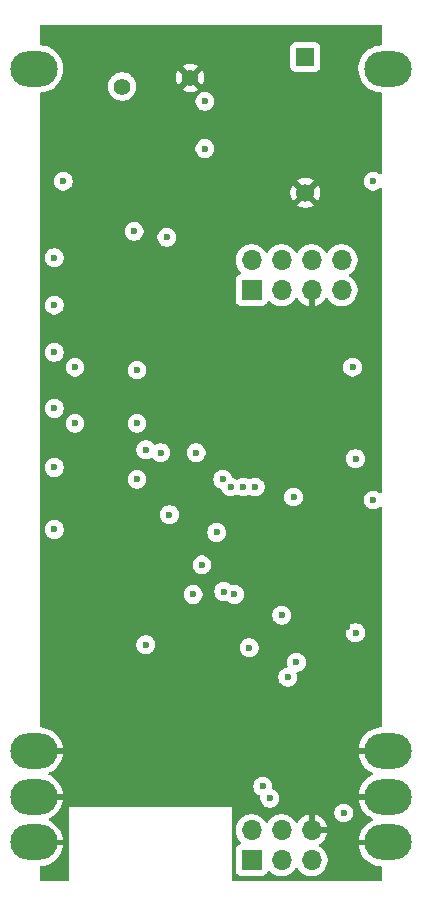
<source format=gbr>
%TF.GenerationSoftware,KiCad,Pcbnew,9.0.0*%
%TF.CreationDate,2025-03-25T21:02:03-05:00*%
%TF.ProjectId,ptSolar,7074536f-6c61-4722-9e6b-696361645f70,rev?*%
%TF.SameCoordinates,Original*%
%TF.FileFunction,Copper,L3,Inr*%
%TF.FilePolarity,Positive*%
%FSLAX46Y46*%
G04 Gerber Fmt 4.6, Leading zero omitted, Abs format (unit mm)*
G04 Created by KiCad (PCBNEW 9.0.0) date 2025-03-25 21:02:03*
%MOMM*%
%LPD*%
G01*
G04 APERTURE LIST*
%TA.AperFunction,ComponentPad*%
%ADD10O,4.000000X3.000000*%
%TD*%
%TA.AperFunction,ComponentPad*%
%ADD11C,1.400000*%
%TD*%
%TA.AperFunction,ComponentPad*%
%ADD12R,1.700000X1.700000*%
%TD*%
%TA.AperFunction,ComponentPad*%
%ADD13O,1.700000X1.700000*%
%TD*%
%TA.AperFunction,ComponentPad*%
%ADD14R,1.524000X1.524000*%
%TD*%
%TA.AperFunction,ComponentPad*%
%ADD15C,1.524000*%
%TD*%
%TA.AperFunction,ViaPad*%
%ADD16C,0.600000*%
%TD*%
G04 APERTURE END LIST*
D10*
%TO.N,Net-(D1-A)*%
%TO.C,PV1*%
X137250000Y-72000000D03*
%TO.N,GND*%
X137250000Y-129750000D03*
X137250000Y-133625000D03*
X137250000Y-137500000D03*
%TD*%
D11*
%TO.N,GND*%
%TO.C,ANT2b1*%
X150500000Y-72750000D03*
%TD*%
D10*
%TO.N,Net-(D2-A)*%
%TO.C,JPV2*%
X167250000Y-72000000D03*
%TO.N,GND*%
X167250000Y-129750000D03*
X167250000Y-133625000D03*
X167250000Y-137500000D03*
%TD*%
D11*
%TO.N,Net-(ANT2-In)*%
%TO.C,ANT2a1*%
X144750000Y-73500000D03*
%TD*%
D12*
%TO.N,/MISO*%
%TO.C,J1*%
X155700000Y-139000000D03*
D13*
%TO.N,+BATT*%
X155700000Y-136460000D03*
%TO.N,/SCK*%
X158240000Y-139000000D03*
%TO.N,/MOSI*%
X158240000Y-136460000D03*
%TO.N,/RESET*%
X160780000Y-139000000D03*
%TO.N,GND*%
X160780000Y-136460000D03*
%TD*%
D12*
%TO.N,Net-(J2-Pin_1)*%
%TO.C,J2*%
X155700000Y-90740000D03*
D13*
%TO.N,+3.3V*%
X155700000Y-88200000D03*
%TO.N,Net-(J2-Pin_3)*%
X158240000Y-90740000D03*
%TO.N,/SCL*%
X158240000Y-88200000D03*
%TO.N,GND*%
X160780000Y-90740000D03*
%TO.N,/SDA*%
X160780000Y-88200000D03*
%TO.N,/DIG-PTT*%
X163320000Y-90740000D03*
%TO.N,Net-(J2-Pin_8)*%
X163320000Y-88200000D03*
%TD*%
D14*
%TO.N,Net-(D1-K)*%
%TO.C,C1*%
X160250000Y-71000000D03*
D15*
%TO.N,GND*%
X160250000Y-82500000D03*
%TD*%
D16*
%TO.N,GND*%
X160000000Y-109500000D03*
%TO.N,Net-(C15-Pad2)*%
X164500000Y-119750000D03*
X159250000Y-108250000D03*
%TO.N,GND*%
X157250000Y-103250000D03*
%TO.N,+BATT*%
X139000000Y-105750000D03*
X139000000Y-96000000D03*
X151750000Y-78750000D03*
X166000000Y-81500000D03*
X139000000Y-100750000D03*
X166000000Y-108500000D03*
X139000000Y-111000000D03*
X139000000Y-92000000D03*
X139000000Y-88000000D03*
%TO.N,GND*%
X151000000Y-85000000D03*
X151000000Y-81500000D03*
X142500000Y-85500000D03*
X165250000Y-69000000D03*
X163750000Y-119250000D03*
X148750000Y-120000000D03*
X153000000Y-131250000D03*
X140750000Y-94000000D03*
X139750000Y-69000000D03*
X165750000Y-77000000D03*
X144250000Y-90500000D03*
X151250000Y-92500000D03*
X151750000Y-69000000D03*
X151250000Y-89750000D03*
X157750000Y-109500000D03*
X162750000Y-96360000D03*
X155250000Y-113250000D03*
X150500000Y-114500000D03*
X164500000Y-93250000D03*
X151000000Y-76750000D03*
X139000000Y-123750000D03*
X156000000Y-93250000D03*
X150500000Y-112750000D03*
X139000000Y-113750000D03*
X153000000Y-123250000D03*
%TO.N,/RESET*%
X156650000Y-132750000D03*
X152750000Y-111250000D03*
X155500000Y-121000000D03*
%TO.N,/MOSI*%
X157250000Y-133750000D03*
%TO.N,/SCL*%
X155000000Y-107400000D03*
%TO.N,/SDA*%
X156000000Y-107400000D03*
%TO.N,+3.3V*%
X163500000Y-135000000D03*
X151500000Y-114000000D03*
X158250000Y-118250000D03*
X148531250Y-86250000D03*
X146750000Y-120750000D03*
X146000000Y-106750000D03*
X146000000Y-97500000D03*
X146000000Y-102000000D03*
%TO.N,Net-(D1-K)*%
X139750000Y-81500000D03*
X151750000Y-74750000D03*
%TO.N,Net-(Q1-D)*%
X146750000Y-104250000D03*
%TO.N,Net-(Q3-D)*%
X140750000Y-97250000D03*
%TO.N,Net-(Q3-S)*%
X154250000Y-116500000D03*
X151000000Y-104500000D03*
%TO.N,Net-(U2-PD3)*%
X148750000Y-109750000D03*
X159500000Y-122250000D03*
%TO.N,Net-(U3-MIC-IN)*%
X158750000Y-123500000D03*
%TO.N,Net-(U3-ANTENNA)*%
X145750000Y-85750000D03*
%TO.N,Net-(J2-Pin_1)*%
X153925735Y-107400000D03*
%TO.N,Net-(J2-Pin_8)*%
X150750000Y-116500000D03*
%TO.N,Net-(J2-Pin_3)*%
X153250000Y-106750000D03*
%TO.N,Net-(Q2-D)*%
X140750000Y-102000000D03*
%TO.N,Net-(Q2-S)*%
X148000000Y-104500000D03*
X153350000Y-116250000D03*
%TO.N,Net-(Q4-C)*%
X164500000Y-105000000D03*
%TO.N,Net-(U3-HIGH{slash}LOW)*%
X164250000Y-97250000D03*
%TD*%
%TA.AperFunction,Conductor*%
%TO.N,GND*%
G36*
X166692539Y-68270185D02*
G01*
X166738294Y-68322989D01*
X166749500Y-68374500D01*
X166749500Y-69875500D01*
X166729815Y-69942539D01*
X166677011Y-69988294D01*
X166625500Y-69999500D01*
X166618872Y-69999500D01*
X166387772Y-70029926D01*
X166358884Y-70033730D01*
X166105581Y-70101602D01*
X166105571Y-70101605D01*
X165863309Y-70201953D01*
X165863299Y-70201958D01*
X165636196Y-70333075D01*
X165428148Y-70492718D01*
X165242718Y-70678148D01*
X165083075Y-70886196D01*
X164951958Y-71113299D01*
X164951953Y-71113309D01*
X164851605Y-71355571D01*
X164851602Y-71355581D01*
X164783730Y-71608885D01*
X164749500Y-71868872D01*
X164749500Y-72131127D01*
X164766797Y-72262500D01*
X164783730Y-72391116D01*
X164838523Y-72595606D01*
X164851602Y-72644418D01*
X164851605Y-72644428D01*
X164951953Y-72886690D01*
X164951958Y-72886700D01*
X165083075Y-73113803D01*
X165242718Y-73321851D01*
X165242726Y-73321860D01*
X165428140Y-73507274D01*
X165428148Y-73507281D01*
X165636196Y-73666924D01*
X165863299Y-73798041D01*
X165863309Y-73798046D01*
X166105571Y-73898394D01*
X166105581Y-73898398D01*
X166358884Y-73966270D01*
X166618880Y-74000500D01*
X166625500Y-74000500D01*
X166692539Y-74020185D01*
X166738294Y-74072989D01*
X166749500Y-74124500D01*
X166749500Y-80818059D01*
X166729815Y-80885098D01*
X166677011Y-80930853D01*
X166607853Y-80940797D01*
X166544297Y-80911772D01*
X166537819Y-80905740D01*
X166510292Y-80878213D01*
X166510288Y-80878210D01*
X166379185Y-80790609D01*
X166379172Y-80790602D01*
X166233501Y-80730264D01*
X166233489Y-80730261D01*
X166078845Y-80699500D01*
X166078842Y-80699500D01*
X165921158Y-80699500D01*
X165921155Y-80699500D01*
X165766510Y-80730261D01*
X165766498Y-80730264D01*
X165620827Y-80790602D01*
X165620814Y-80790609D01*
X165489711Y-80878210D01*
X165489707Y-80878213D01*
X165378213Y-80989707D01*
X165378210Y-80989711D01*
X165290609Y-81120814D01*
X165290602Y-81120827D01*
X165230264Y-81266498D01*
X165230261Y-81266510D01*
X165199500Y-81421153D01*
X165199500Y-81578846D01*
X165230261Y-81733489D01*
X165230264Y-81733501D01*
X165290602Y-81879172D01*
X165290609Y-81879185D01*
X165378210Y-82010288D01*
X165378213Y-82010292D01*
X165489707Y-82121786D01*
X165489711Y-82121789D01*
X165620814Y-82209390D01*
X165620827Y-82209397D01*
X165757626Y-82266060D01*
X165766503Y-82269737D01*
X165921153Y-82300499D01*
X165921156Y-82300500D01*
X165921158Y-82300500D01*
X166078844Y-82300500D01*
X166078845Y-82300499D01*
X166233497Y-82269737D01*
X166379179Y-82209394D01*
X166510289Y-82121789D01*
X166513078Y-82119000D01*
X166537819Y-82094260D01*
X166599142Y-82060775D01*
X166668834Y-82065759D01*
X166724767Y-82107631D01*
X166749184Y-82173095D01*
X166749500Y-82181941D01*
X166749500Y-107818059D01*
X166729815Y-107885098D01*
X166677011Y-107930853D01*
X166607853Y-107940797D01*
X166544297Y-107911772D01*
X166537819Y-107905740D01*
X166510292Y-107878213D01*
X166510288Y-107878210D01*
X166379185Y-107790609D01*
X166379172Y-107790602D01*
X166233501Y-107730264D01*
X166233489Y-107730261D01*
X166078845Y-107699500D01*
X166078842Y-107699500D01*
X165921158Y-107699500D01*
X165921155Y-107699500D01*
X165766510Y-107730261D01*
X165766498Y-107730264D01*
X165620827Y-107790602D01*
X165620814Y-107790609D01*
X165489711Y-107878210D01*
X165489707Y-107878213D01*
X165378213Y-107989707D01*
X165378210Y-107989711D01*
X165290609Y-108120814D01*
X165290602Y-108120827D01*
X165230264Y-108266498D01*
X165230261Y-108266510D01*
X165199500Y-108421153D01*
X165199500Y-108578846D01*
X165230261Y-108733489D01*
X165230264Y-108733501D01*
X165290602Y-108879172D01*
X165290609Y-108879185D01*
X165378210Y-109010288D01*
X165378213Y-109010292D01*
X165489707Y-109121786D01*
X165489711Y-109121789D01*
X165620814Y-109209390D01*
X165620827Y-109209397D01*
X165694013Y-109239711D01*
X165766503Y-109269737D01*
X165921153Y-109300499D01*
X165921156Y-109300500D01*
X165921158Y-109300500D01*
X166078844Y-109300500D01*
X166078845Y-109300499D01*
X166233497Y-109269737D01*
X166379179Y-109209394D01*
X166510289Y-109121789D01*
X166510292Y-109121786D01*
X166537819Y-109094260D01*
X166599142Y-109060775D01*
X166668834Y-109065759D01*
X166724767Y-109107631D01*
X166749184Y-109173095D01*
X166749500Y-109181941D01*
X166749500Y-127626000D01*
X166729815Y-127693039D01*
X166677011Y-127738794D01*
X166625500Y-127750000D01*
X166618905Y-127750000D01*
X166358990Y-127784220D01*
X166358979Y-127784222D01*
X166105744Y-127852075D01*
X165863528Y-127952404D01*
X165863517Y-127952409D01*
X165636471Y-128083496D01*
X165428480Y-128243092D01*
X165428473Y-128243098D01*
X165243098Y-128428473D01*
X165243092Y-128428480D01*
X165083496Y-128636471D01*
X164952409Y-128863517D01*
X164952404Y-128863528D01*
X164852075Y-129105744D01*
X164784221Y-129358983D01*
X164765654Y-129499999D01*
X164765655Y-129500000D01*
X166024015Y-129500000D01*
X166000000Y-129651623D01*
X166000000Y-129848377D01*
X166024015Y-130000000D01*
X164765655Y-130000000D01*
X164784221Y-130141016D01*
X164852075Y-130394255D01*
X164952404Y-130636471D01*
X164952409Y-130636482D01*
X165083496Y-130863528D01*
X165243092Y-131071519D01*
X165243098Y-131071526D01*
X165428473Y-131256901D01*
X165428480Y-131256907D01*
X165636471Y-131416503D01*
X165863517Y-131547590D01*
X165863529Y-131547595D01*
X165924712Y-131572939D01*
X165979115Y-131616780D01*
X166001180Y-131683074D01*
X165983901Y-131750774D01*
X165932763Y-131798384D01*
X165924712Y-131802061D01*
X165863529Y-131827404D01*
X165863517Y-131827409D01*
X165636471Y-131958496D01*
X165428480Y-132118092D01*
X165428473Y-132118098D01*
X165243098Y-132303473D01*
X165243092Y-132303480D01*
X165083496Y-132511471D01*
X164952409Y-132738517D01*
X164952404Y-132738528D01*
X164852075Y-132980744D01*
X164784221Y-133233983D01*
X164765654Y-133374999D01*
X164765655Y-133375000D01*
X166024015Y-133375000D01*
X166000000Y-133526623D01*
X166000000Y-133723377D01*
X166024015Y-133875000D01*
X164765655Y-133875000D01*
X164784221Y-134016016D01*
X164852075Y-134269255D01*
X164952404Y-134511471D01*
X164952409Y-134511482D01*
X165083496Y-134738528D01*
X165243092Y-134946519D01*
X165243098Y-134946526D01*
X165428473Y-135131901D01*
X165428480Y-135131907D01*
X165636471Y-135291503D01*
X165863517Y-135422590D01*
X165863529Y-135422595D01*
X165924712Y-135447939D01*
X165979115Y-135491780D01*
X166001180Y-135558074D01*
X165983901Y-135625774D01*
X165932763Y-135673384D01*
X165924712Y-135677061D01*
X165863529Y-135702404D01*
X165863517Y-135702409D01*
X165636471Y-135833496D01*
X165428480Y-135993092D01*
X165428473Y-135993098D01*
X165243098Y-136178473D01*
X165243092Y-136178480D01*
X165083496Y-136386471D01*
X164952409Y-136613517D01*
X164952404Y-136613528D01*
X164852075Y-136855744D01*
X164784221Y-137108983D01*
X164765654Y-137249999D01*
X164765655Y-137250000D01*
X166024015Y-137250000D01*
X166000000Y-137401623D01*
X166000000Y-137598377D01*
X166024015Y-137750000D01*
X164765655Y-137750000D01*
X164784221Y-137891016D01*
X164852075Y-138144255D01*
X164952404Y-138386471D01*
X164952409Y-138386482D01*
X165083496Y-138613528D01*
X165243092Y-138821519D01*
X165243098Y-138821526D01*
X165428473Y-139006901D01*
X165428480Y-139006907D01*
X165636471Y-139166503D01*
X165863517Y-139297590D01*
X165863528Y-139297595D01*
X166105744Y-139397924D01*
X166358979Y-139465777D01*
X166358990Y-139465779D01*
X166618905Y-139499999D01*
X166618920Y-139500000D01*
X166625500Y-139500000D01*
X166692539Y-139519685D01*
X166738294Y-139572489D01*
X166749500Y-139624000D01*
X166749500Y-140625500D01*
X166729815Y-140692539D01*
X166677011Y-140738294D01*
X166625500Y-140749500D01*
X154124000Y-140749500D01*
X154056961Y-140729815D01*
X154011206Y-140677011D01*
X154000000Y-140625500D01*
X154000000Y-136353713D01*
X154349500Y-136353713D01*
X154349500Y-136566286D01*
X154382753Y-136776239D01*
X154448444Y-136978414D01*
X154544951Y-137167820D01*
X154669890Y-137339786D01*
X154783430Y-137453326D01*
X154816915Y-137514649D01*
X154811931Y-137584341D01*
X154770059Y-137640274D01*
X154739083Y-137657189D01*
X154607669Y-137706203D01*
X154607664Y-137706206D01*
X154492455Y-137792452D01*
X154492452Y-137792455D01*
X154406206Y-137907664D01*
X154406202Y-137907671D01*
X154355908Y-138042517D01*
X154349501Y-138102116D01*
X154349500Y-138102135D01*
X154349500Y-139897870D01*
X154349501Y-139897876D01*
X154355908Y-139957483D01*
X154406202Y-140092328D01*
X154406206Y-140092335D01*
X154492452Y-140207544D01*
X154492455Y-140207547D01*
X154607664Y-140293793D01*
X154607671Y-140293797D01*
X154742517Y-140344091D01*
X154742516Y-140344091D01*
X154749444Y-140344835D01*
X154802127Y-140350500D01*
X156597872Y-140350499D01*
X156657483Y-140344091D01*
X156792331Y-140293796D01*
X156907546Y-140207546D01*
X156993796Y-140092331D01*
X157042810Y-139960916D01*
X157084681Y-139904984D01*
X157150145Y-139880566D01*
X157218418Y-139895417D01*
X157246673Y-139916569D01*
X157360213Y-140030109D01*
X157532179Y-140155048D01*
X157532181Y-140155049D01*
X157532184Y-140155051D01*
X157721588Y-140251557D01*
X157923757Y-140317246D01*
X158133713Y-140350500D01*
X158133714Y-140350500D01*
X158346286Y-140350500D01*
X158346287Y-140350500D01*
X158556243Y-140317246D01*
X158758412Y-140251557D01*
X158947816Y-140155051D01*
X159034138Y-140092335D01*
X159119786Y-140030109D01*
X159119788Y-140030106D01*
X159119792Y-140030104D01*
X159270104Y-139879792D01*
X159270106Y-139879788D01*
X159270109Y-139879786D01*
X159395048Y-139707820D01*
X159395047Y-139707820D01*
X159395051Y-139707816D01*
X159399514Y-139699054D01*
X159447488Y-139648259D01*
X159515308Y-139631463D01*
X159581444Y-139653999D01*
X159620486Y-139699056D01*
X159624951Y-139707820D01*
X159749890Y-139879786D01*
X159900213Y-140030109D01*
X160072179Y-140155048D01*
X160072181Y-140155049D01*
X160072184Y-140155051D01*
X160261588Y-140251557D01*
X160463757Y-140317246D01*
X160673713Y-140350500D01*
X160673714Y-140350500D01*
X160886286Y-140350500D01*
X160886287Y-140350500D01*
X161096243Y-140317246D01*
X161298412Y-140251557D01*
X161487816Y-140155051D01*
X161574138Y-140092335D01*
X161659786Y-140030109D01*
X161659788Y-140030106D01*
X161659792Y-140030104D01*
X161810104Y-139879792D01*
X161810106Y-139879788D01*
X161810109Y-139879786D01*
X161935048Y-139707820D01*
X161935047Y-139707820D01*
X161935051Y-139707816D01*
X162031557Y-139518412D01*
X162097246Y-139316243D01*
X162130500Y-139106287D01*
X162130500Y-138893713D01*
X162097246Y-138683757D01*
X162031557Y-138481588D01*
X161935051Y-138292184D01*
X161935049Y-138292181D01*
X161935048Y-138292179D01*
X161810109Y-138120213D01*
X161659786Y-137969890D01*
X161487817Y-137844949D01*
X161478504Y-137840204D01*
X161427707Y-137792230D01*
X161410912Y-137724409D01*
X161433449Y-137658274D01*
X161478507Y-137619232D01*
X161487558Y-137614620D01*
X161659459Y-137489727D01*
X161659464Y-137489723D01*
X161809723Y-137339464D01*
X161809727Y-137339459D01*
X161934620Y-137167557D01*
X162031095Y-136978217D01*
X162096757Y-136776129D01*
X162096757Y-136776126D01*
X162107231Y-136710000D01*
X161213012Y-136710000D01*
X161245925Y-136652993D01*
X161280000Y-136525826D01*
X161280000Y-136394174D01*
X161245925Y-136267007D01*
X161213012Y-136210000D01*
X162107231Y-136210000D01*
X162096757Y-136143873D01*
X162096757Y-136143870D01*
X162031095Y-135941782D01*
X161934620Y-135752442D01*
X161809727Y-135580540D01*
X161809723Y-135580535D01*
X161659464Y-135430276D01*
X161659459Y-135430272D01*
X161487557Y-135305379D01*
X161298215Y-135208903D01*
X161096124Y-135143241D01*
X161030000Y-135132768D01*
X161030000Y-136026988D01*
X160972993Y-135994075D01*
X160845826Y-135960000D01*
X160714174Y-135960000D01*
X160587007Y-135994075D01*
X160530000Y-136026988D01*
X160530000Y-135132768D01*
X160529999Y-135132768D01*
X160463875Y-135143241D01*
X160261784Y-135208903D01*
X160072442Y-135305379D01*
X159900540Y-135430272D01*
X159900535Y-135430276D01*
X159750276Y-135580535D01*
X159750272Y-135580540D01*
X159625378Y-135752443D01*
X159620762Y-135761502D01*
X159572784Y-135812295D01*
X159504963Y-135829087D01*
X159438829Y-135806546D01*
X159399794Y-135761493D01*
X159395051Y-135752184D01*
X159395049Y-135752181D01*
X159395048Y-135752179D01*
X159270109Y-135580213D01*
X159119786Y-135429890D01*
X158947820Y-135304951D01*
X158758414Y-135208444D01*
X158758413Y-135208443D01*
X158758412Y-135208443D01*
X158556243Y-135142754D01*
X158556241Y-135142753D01*
X158556240Y-135142753D01*
X158394957Y-135117208D01*
X158346287Y-135109500D01*
X158133713Y-135109500D01*
X158085042Y-135117208D01*
X157923760Y-135142753D01*
X157721585Y-135208444D01*
X157532179Y-135304951D01*
X157360213Y-135429890D01*
X157209890Y-135580213D01*
X157084949Y-135752182D01*
X157080484Y-135760946D01*
X157032509Y-135811742D01*
X156964688Y-135828536D01*
X156898553Y-135805998D01*
X156859516Y-135760946D01*
X156855050Y-135752182D01*
X156730109Y-135580213D01*
X156579786Y-135429890D01*
X156407820Y-135304951D01*
X156218414Y-135208444D01*
X156218413Y-135208443D01*
X156218412Y-135208443D01*
X156016243Y-135142754D01*
X156016241Y-135142753D01*
X156016240Y-135142753D01*
X155854957Y-135117208D01*
X155806287Y-135109500D01*
X155593713Y-135109500D01*
X155545042Y-135117208D01*
X155383760Y-135142753D01*
X155181585Y-135208444D01*
X154992179Y-135304951D01*
X154820213Y-135429890D01*
X154669890Y-135580213D01*
X154544951Y-135752179D01*
X154448444Y-135941585D01*
X154382753Y-136143760D01*
X154349500Y-136353713D01*
X154000000Y-136353713D01*
X154000000Y-134921153D01*
X162699500Y-134921153D01*
X162699500Y-135078846D01*
X162730261Y-135233489D01*
X162730264Y-135233501D01*
X162790602Y-135379172D01*
X162790609Y-135379185D01*
X162878210Y-135510288D01*
X162878213Y-135510292D01*
X162989707Y-135621786D01*
X162989711Y-135621789D01*
X163120814Y-135709390D01*
X163120827Y-135709397D01*
X163266498Y-135769735D01*
X163266503Y-135769737D01*
X163421153Y-135800499D01*
X163421156Y-135800500D01*
X163421158Y-135800500D01*
X163578844Y-135800500D01*
X163578845Y-135800499D01*
X163733497Y-135769737D01*
X163879179Y-135709394D01*
X164010289Y-135621789D01*
X164121789Y-135510289D01*
X164209394Y-135379179D01*
X164269737Y-135233497D01*
X164300500Y-135078842D01*
X164300500Y-134921158D01*
X164300500Y-134921155D01*
X164300499Y-134921153D01*
X164269737Y-134766503D01*
X164269735Y-134766498D01*
X164209397Y-134620827D01*
X164209390Y-134620814D01*
X164121789Y-134489711D01*
X164121786Y-134489707D01*
X164010292Y-134378213D01*
X164010288Y-134378210D01*
X163879185Y-134290609D01*
X163879172Y-134290602D01*
X163733501Y-134230264D01*
X163733489Y-134230261D01*
X163578845Y-134199500D01*
X163578842Y-134199500D01*
X163421158Y-134199500D01*
X163421155Y-134199500D01*
X163266510Y-134230261D01*
X163266498Y-134230264D01*
X163120827Y-134290602D01*
X163120814Y-134290609D01*
X162989711Y-134378210D01*
X162989707Y-134378213D01*
X162878213Y-134489707D01*
X162878210Y-134489711D01*
X162790609Y-134620814D01*
X162790602Y-134620827D01*
X162730264Y-134766498D01*
X162730261Y-134766510D01*
X162699500Y-134921153D01*
X154000000Y-134921153D01*
X154000000Y-134500000D01*
X140250000Y-134500000D01*
X140250000Y-140625500D01*
X140230315Y-140692539D01*
X140177511Y-140738294D01*
X140126000Y-140749500D01*
X137874500Y-140749500D01*
X137807461Y-140729815D01*
X137761706Y-140677011D01*
X137750500Y-140625500D01*
X137750500Y-139624000D01*
X137770185Y-139556961D01*
X137822989Y-139511206D01*
X137874500Y-139500000D01*
X137881080Y-139500000D01*
X137881094Y-139499999D01*
X138141009Y-139465779D01*
X138141020Y-139465777D01*
X138394255Y-139397924D01*
X138636471Y-139297595D01*
X138636482Y-139297590D01*
X138863528Y-139166503D01*
X139071519Y-139006907D01*
X139071526Y-139006901D01*
X139256901Y-138821526D01*
X139256907Y-138821519D01*
X139416503Y-138613528D01*
X139547590Y-138386482D01*
X139547595Y-138386471D01*
X139647924Y-138144255D01*
X139715778Y-137891016D01*
X139734345Y-137750000D01*
X138475985Y-137750000D01*
X138500000Y-137598377D01*
X138500000Y-137401623D01*
X138475985Y-137250000D01*
X139734345Y-137250000D01*
X139734345Y-137249999D01*
X139715778Y-137108983D01*
X139647924Y-136855744D01*
X139547595Y-136613528D01*
X139547590Y-136613517D01*
X139416503Y-136386471D01*
X139256907Y-136178480D01*
X139256901Y-136178473D01*
X139071526Y-135993098D01*
X139071519Y-135993092D01*
X138863528Y-135833496D01*
X138636482Y-135702409D01*
X138636465Y-135702401D01*
X138575288Y-135677061D01*
X138520884Y-135633220D01*
X138498819Y-135566926D01*
X138516098Y-135499227D01*
X138567235Y-135451616D01*
X138575288Y-135447939D01*
X138636465Y-135422598D01*
X138636482Y-135422590D01*
X138863528Y-135291503D01*
X139071519Y-135131907D01*
X139071526Y-135131901D01*
X139256901Y-134946526D01*
X139256907Y-134946519D01*
X139416503Y-134738528D01*
X139547590Y-134511482D01*
X139547595Y-134511471D01*
X139647924Y-134269255D01*
X139715778Y-134016016D01*
X139734345Y-133875000D01*
X138475985Y-133875000D01*
X138500000Y-133723377D01*
X138500000Y-133526623D01*
X138475985Y-133375000D01*
X139734345Y-133375000D01*
X139734345Y-133374999D01*
X139715778Y-133233983D01*
X139647924Y-132980744D01*
X139547595Y-132738528D01*
X139547592Y-132738521D01*
X139540978Y-132727065D01*
X139508697Y-132671153D01*
X155849500Y-132671153D01*
X155849500Y-132828846D01*
X155880261Y-132983489D01*
X155880264Y-132983501D01*
X155940602Y-133129172D01*
X155940609Y-133129185D01*
X156028210Y-133260288D01*
X156028213Y-133260292D01*
X156139707Y-133371786D01*
X156139711Y-133371789D01*
X156270814Y-133459390D01*
X156270827Y-133459397D01*
X156380796Y-133504947D01*
X156435200Y-133548787D01*
X156457265Y-133615081D01*
X156454962Y-133643698D01*
X156449500Y-133671159D01*
X156449500Y-133828846D01*
X156480261Y-133983489D01*
X156480264Y-133983501D01*
X156540602Y-134129172D01*
X156540609Y-134129185D01*
X156628210Y-134260288D01*
X156628213Y-134260292D01*
X156739707Y-134371786D01*
X156739711Y-134371789D01*
X156870814Y-134459390D01*
X156870827Y-134459397D01*
X157016498Y-134519735D01*
X157016503Y-134519737D01*
X157171153Y-134550499D01*
X157171156Y-134550500D01*
X157171158Y-134550500D01*
X157328844Y-134550500D01*
X157328845Y-134550499D01*
X157483497Y-134519737D01*
X157629179Y-134459394D01*
X157760289Y-134371789D01*
X157871789Y-134260289D01*
X157959394Y-134129179D01*
X158019737Y-133983497D01*
X158050500Y-133828842D01*
X158050500Y-133671158D01*
X158050500Y-133671155D01*
X158050499Y-133671153D01*
X158045038Y-133643698D01*
X158019737Y-133516503D01*
X157959794Y-133371786D01*
X157959397Y-133370827D01*
X157959390Y-133370814D01*
X157871789Y-133239711D01*
X157871786Y-133239707D01*
X157760292Y-133128213D01*
X157760288Y-133128210D01*
X157629185Y-133040609D01*
X157629176Y-133040604D01*
X157519202Y-132995052D01*
X157464799Y-132951211D01*
X157442734Y-132884917D01*
X157445037Y-132856303D01*
X157450500Y-132828842D01*
X157450500Y-132671158D01*
X157450500Y-132671155D01*
X157450499Y-132671153D01*
X157419738Y-132516510D01*
X157419737Y-132516503D01*
X157417653Y-132511471D01*
X157359397Y-132370827D01*
X157359390Y-132370814D01*
X157271789Y-132239711D01*
X157271786Y-132239707D01*
X157160292Y-132128213D01*
X157160288Y-132128210D01*
X157029185Y-132040609D01*
X157029172Y-132040602D01*
X156883501Y-131980264D01*
X156883489Y-131980261D01*
X156728845Y-131949500D01*
X156728842Y-131949500D01*
X156571158Y-131949500D01*
X156571155Y-131949500D01*
X156416510Y-131980261D01*
X156416498Y-131980264D01*
X156270827Y-132040602D01*
X156270814Y-132040609D01*
X156139711Y-132128210D01*
X156139707Y-132128213D01*
X156028213Y-132239707D01*
X156028210Y-132239711D01*
X155940609Y-132370814D01*
X155940602Y-132370827D01*
X155880264Y-132516498D01*
X155880261Y-132516510D01*
X155849500Y-132671153D01*
X139508697Y-132671153D01*
X139416501Y-132511468D01*
X139256907Y-132303480D01*
X139256901Y-132303473D01*
X139071526Y-132118098D01*
X139071519Y-132118092D01*
X138863528Y-131958496D01*
X138636482Y-131827409D01*
X138636465Y-131827401D01*
X138575288Y-131802061D01*
X138520884Y-131758220D01*
X138498819Y-131691926D01*
X138516098Y-131624227D01*
X138567235Y-131576616D01*
X138575288Y-131572939D01*
X138636465Y-131547598D01*
X138636482Y-131547590D01*
X138863528Y-131416503D01*
X139071519Y-131256907D01*
X139071526Y-131256901D01*
X139256901Y-131071526D01*
X139256907Y-131071519D01*
X139416503Y-130863528D01*
X139547590Y-130636482D01*
X139547595Y-130636471D01*
X139647924Y-130394255D01*
X139715778Y-130141016D01*
X139734345Y-130000000D01*
X138475985Y-130000000D01*
X138500000Y-129848377D01*
X138500000Y-129651623D01*
X138475985Y-129500000D01*
X139734345Y-129500000D01*
X139734345Y-129499999D01*
X139715778Y-129358983D01*
X139647924Y-129105744D01*
X139547595Y-128863528D01*
X139547590Y-128863517D01*
X139416503Y-128636471D01*
X139256907Y-128428480D01*
X139256901Y-128428473D01*
X139071526Y-128243098D01*
X139071519Y-128243092D01*
X138863528Y-128083496D01*
X138636482Y-127952409D01*
X138636471Y-127952404D01*
X138394255Y-127852075D01*
X138141020Y-127784222D01*
X138141009Y-127784220D01*
X137881094Y-127750000D01*
X137874500Y-127750000D01*
X137807461Y-127730315D01*
X137761706Y-127677511D01*
X137750500Y-127626000D01*
X137750500Y-123421153D01*
X157949500Y-123421153D01*
X157949500Y-123578846D01*
X157980261Y-123733489D01*
X157980264Y-123733501D01*
X158040602Y-123879172D01*
X158040609Y-123879185D01*
X158128210Y-124010288D01*
X158128213Y-124010292D01*
X158239707Y-124121786D01*
X158239711Y-124121789D01*
X158370814Y-124209390D01*
X158370827Y-124209397D01*
X158516498Y-124269735D01*
X158516503Y-124269737D01*
X158671153Y-124300499D01*
X158671156Y-124300500D01*
X158671158Y-124300500D01*
X158828844Y-124300500D01*
X158828845Y-124300499D01*
X158983497Y-124269737D01*
X159129179Y-124209394D01*
X159260289Y-124121789D01*
X159371789Y-124010289D01*
X159459394Y-123879179D01*
X159519737Y-123733497D01*
X159550500Y-123578842D01*
X159550500Y-123421158D01*
X159550500Y-123421155D01*
X159550499Y-123421153D01*
X159519738Y-123266510D01*
X159519737Y-123266503D01*
X159499395Y-123217394D01*
X159491927Y-123147928D01*
X159523202Y-123085449D01*
X159583290Y-123049796D01*
X159589766Y-123048327D01*
X159733497Y-123019737D01*
X159879179Y-122959394D01*
X160010289Y-122871789D01*
X160121789Y-122760289D01*
X160209394Y-122629179D01*
X160269737Y-122483497D01*
X160300500Y-122328842D01*
X160300500Y-122171158D01*
X160300500Y-122171155D01*
X160300499Y-122171153D01*
X160269738Y-122016510D01*
X160269737Y-122016503D01*
X160269735Y-122016498D01*
X160209397Y-121870827D01*
X160209390Y-121870814D01*
X160121789Y-121739711D01*
X160121786Y-121739707D01*
X160010292Y-121628213D01*
X160010288Y-121628210D01*
X159879185Y-121540609D01*
X159879172Y-121540602D01*
X159733501Y-121480264D01*
X159733489Y-121480261D01*
X159578845Y-121449500D01*
X159578842Y-121449500D01*
X159421158Y-121449500D01*
X159421155Y-121449500D01*
X159266510Y-121480261D01*
X159266498Y-121480264D01*
X159120827Y-121540602D01*
X159120814Y-121540609D01*
X158989711Y-121628210D01*
X158989707Y-121628213D01*
X158878213Y-121739707D01*
X158878210Y-121739711D01*
X158790609Y-121870814D01*
X158790602Y-121870827D01*
X158730264Y-122016498D01*
X158730261Y-122016510D01*
X158699500Y-122171153D01*
X158699500Y-122328846D01*
X158730261Y-122483489D01*
X158730264Y-122483501D01*
X158750603Y-122532603D01*
X158758072Y-122602072D01*
X158726797Y-122664551D01*
X158666708Y-122700203D01*
X158660234Y-122701672D01*
X158516508Y-122730261D01*
X158516498Y-122730264D01*
X158370827Y-122790602D01*
X158370814Y-122790609D01*
X158239711Y-122878210D01*
X158239707Y-122878213D01*
X158128213Y-122989707D01*
X158128210Y-122989711D01*
X158040609Y-123120814D01*
X158040602Y-123120827D01*
X157980264Y-123266498D01*
X157980261Y-123266510D01*
X157949500Y-123421153D01*
X137750500Y-123421153D01*
X137750500Y-120671153D01*
X145949500Y-120671153D01*
X145949500Y-120828846D01*
X145980261Y-120983489D01*
X145980264Y-120983501D01*
X146040602Y-121129172D01*
X146040609Y-121129185D01*
X146128210Y-121260288D01*
X146128213Y-121260292D01*
X146239707Y-121371786D01*
X146239711Y-121371789D01*
X146370814Y-121459390D01*
X146370827Y-121459397D01*
X146516498Y-121519735D01*
X146516503Y-121519737D01*
X146671153Y-121550499D01*
X146671156Y-121550500D01*
X146671158Y-121550500D01*
X146828844Y-121550500D01*
X146828845Y-121550499D01*
X146983497Y-121519737D01*
X147129179Y-121459394D01*
X147260289Y-121371789D01*
X147371789Y-121260289D01*
X147459394Y-121129179D01*
X147519737Y-120983497D01*
X147532138Y-120921153D01*
X154699500Y-120921153D01*
X154699500Y-121078846D01*
X154730261Y-121233489D01*
X154730264Y-121233501D01*
X154790602Y-121379172D01*
X154790609Y-121379185D01*
X154878210Y-121510288D01*
X154878213Y-121510292D01*
X154989707Y-121621786D01*
X154989711Y-121621789D01*
X155120814Y-121709390D01*
X155120827Y-121709397D01*
X155194013Y-121739711D01*
X155266503Y-121769737D01*
X155421153Y-121800499D01*
X155421156Y-121800500D01*
X155421158Y-121800500D01*
X155578844Y-121800500D01*
X155578845Y-121800499D01*
X155733497Y-121769737D01*
X155879179Y-121709394D01*
X156010289Y-121621789D01*
X156121789Y-121510289D01*
X156209394Y-121379179D01*
X156269737Y-121233497D01*
X156300500Y-121078842D01*
X156300500Y-120921158D01*
X156300500Y-120921155D01*
X156300499Y-120921153D01*
X156269738Y-120766510D01*
X156269737Y-120766503D01*
X156230242Y-120671153D01*
X156209397Y-120620827D01*
X156209390Y-120620814D01*
X156121789Y-120489711D01*
X156121786Y-120489707D01*
X156010292Y-120378213D01*
X156010288Y-120378210D01*
X155879185Y-120290609D01*
X155879172Y-120290602D01*
X155733501Y-120230264D01*
X155733489Y-120230261D01*
X155578845Y-120199500D01*
X155578842Y-120199500D01*
X155421158Y-120199500D01*
X155421155Y-120199500D01*
X155266510Y-120230261D01*
X155266498Y-120230264D01*
X155120827Y-120290602D01*
X155120814Y-120290609D01*
X154989711Y-120378210D01*
X154989707Y-120378213D01*
X154878213Y-120489707D01*
X154878210Y-120489711D01*
X154790609Y-120620814D01*
X154790602Y-120620827D01*
X154730264Y-120766498D01*
X154730261Y-120766510D01*
X154699500Y-120921153D01*
X147532138Y-120921153D01*
X147538161Y-120890874D01*
X147550500Y-120828844D01*
X147550500Y-120671155D01*
X147550499Y-120671153D01*
X147519738Y-120516510D01*
X147519737Y-120516503D01*
X147519735Y-120516498D01*
X147459397Y-120370827D01*
X147459390Y-120370814D01*
X147371789Y-120239711D01*
X147371786Y-120239707D01*
X147260292Y-120128213D01*
X147260288Y-120128210D01*
X147129185Y-120040609D01*
X147129172Y-120040602D01*
X146983501Y-119980264D01*
X146983489Y-119980261D01*
X146828845Y-119949500D01*
X146828842Y-119949500D01*
X146671158Y-119949500D01*
X146671155Y-119949500D01*
X146516510Y-119980261D01*
X146516498Y-119980264D01*
X146370827Y-120040602D01*
X146370814Y-120040609D01*
X146239711Y-120128210D01*
X146239707Y-120128213D01*
X146128213Y-120239707D01*
X146128210Y-120239711D01*
X146040609Y-120370814D01*
X146040602Y-120370827D01*
X145980264Y-120516498D01*
X145980261Y-120516510D01*
X145949500Y-120671153D01*
X137750500Y-120671153D01*
X137750500Y-119671153D01*
X163699500Y-119671153D01*
X163699500Y-119828846D01*
X163730261Y-119983489D01*
X163730264Y-119983501D01*
X163790602Y-120129172D01*
X163790609Y-120129185D01*
X163878210Y-120260288D01*
X163878213Y-120260292D01*
X163989707Y-120371786D01*
X163989711Y-120371789D01*
X164120814Y-120459390D01*
X164120827Y-120459397D01*
X164194013Y-120489711D01*
X164266503Y-120519737D01*
X164421153Y-120550499D01*
X164421156Y-120550500D01*
X164421158Y-120550500D01*
X164578844Y-120550500D01*
X164578845Y-120550499D01*
X164733497Y-120519737D01*
X164879179Y-120459394D01*
X165010289Y-120371789D01*
X165121789Y-120260289D01*
X165209394Y-120129179D01*
X165269737Y-119983497D01*
X165300500Y-119828842D01*
X165300500Y-119671158D01*
X165300500Y-119671155D01*
X165300499Y-119671153D01*
X165269738Y-119516510D01*
X165269737Y-119516503D01*
X165269735Y-119516498D01*
X165209397Y-119370827D01*
X165209390Y-119370814D01*
X165121789Y-119239711D01*
X165121786Y-119239707D01*
X165010292Y-119128213D01*
X165010288Y-119128210D01*
X164879185Y-119040609D01*
X164879172Y-119040602D01*
X164733501Y-118980264D01*
X164733489Y-118980261D01*
X164578845Y-118949500D01*
X164578842Y-118949500D01*
X164421158Y-118949500D01*
X164421155Y-118949500D01*
X164266510Y-118980261D01*
X164266498Y-118980264D01*
X164120827Y-119040602D01*
X164120814Y-119040609D01*
X163989711Y-119128210D01*
X163989707Y-119128213D01*
X163878213Y-119239707D01*
X163878210Y-119239711D01*
X163790609Y-119370814D01*
X163790602Y-119370827D01*
X163730264Y-119516498D01*
X163730261Y-119516510D01*
X163699500Y-119671153D01*
X137750500Y-119671153D01*
X137750500Y-118171153D01*
X157449500Y-118171153D01*
X157449500Y-118328846D01*
X157480261Y-118483489D01*
X157480264Y-118483501D01*
X157540602Y-118629172D01*
X157540609Y-118629185D01*
X157628210Y-118760288D01*
X157628213Y-118760292D01*
X157739707Y-118871786D01*
X157739711Y-118871789D01*
X157870814Y-118959390D01*
X157870827Y-118959397D01*
X158016498Y-119019735D01*
X158016503Y-119019737D01*
X158171153Y-119050499D01*
X158171156Y-119050500D01*
X158171158Y-119050500D01*
X158328844Y-119050500D01*
X158328845Y-119050499D01*
X158483497Y-119019737D01*
X158629179Y-118959394D01*
X158760289Y-118871789D01*
X158871789Y-118760289D01*
X158959394Y-118629179D01*
X159019737Y-118483497D01*
X159050500Y-118328842D01*
X159050500Y-118171158D01*
X159050500Y-118171155D01*
X159050499Y-118171153D01*
X159019738Y-118016510D01*
X159019737Y-118016503D01*
X159019735Y-118016498D01*
X158959397Y-117870827D01*
X158959390Y-117870814D01*
X158871789Y-117739711D01*
X158871786Y-117739707D01*
X158760292Y-117628213D01*
X158760288Y-117628210D01*
X158629185Y-117540609D01*
X158629172Y-117540602D01*
X158483501Y-117480264D01*
X158483489Y-117480261D01*
X158328845Y-117449500D01*
X158328842Y-117449500D01*
X158171158Y-117449500D01*
X158171155Y-117449500D01*
X158016510Y-117480261D01*
X158016498Y-117480264D01*
X157870827Y-117540602D01*
X157870814Y-117540609D01*
X157739711Y-117628210D01*
X157739707Y-117628213D01*
X157628213Y-117739707D01*
X157628210Y-117739711D01*
X157540609Y-117870814D01*
X157540602Y-117870827D01*
X157480264Y-118016498D01*
X157480261Y-118016510D01*
X157449500Y-118171153D01*
X137750500Y-118171153D01*
X137750500Y-116421153D01*
X149949500Y-116421153D01*
X149949500Y-116578846D01*
X149980261Y-116733489D01*
X149980264Y-116733501D01*
X150040602Y-116879172D01*
X150040609Y-116879185D01*
X150128210Y-117010288D01*
X150128213Y-117010292D01*
X150239707Y-117121786D01*
X150239711Y-117121789D01*
X150370814Y-117209390D01*
X150370827Y-117209397D01*
X150516498Y-117269735D01*
X150516503Y-117269737D01*
X150671153Y-117300499D01*
X150671156Y-117300500D01*
X150671158Y-117300500D01*
X150828844Y-117300500D01*
X150828845Y-117300499D01*
X150983497Y-117269737D01*
X151129179Y-117209394D01*
X151260289Y-117121789D01*
X151371789Y-117010289D01*
X151459394Y-116879179D01*
X151519737Y-116733497D01*
X151550500Y-116578842D01*
X151550500Y-116421158D01*
X151550500Y-116421155D01*
X151550499Y-116421153D01*
X151519738Y-116266510D01*
X151519737Y-116266503D01*
X151480242Y-116171153D01*
X152549500Y-116171153D01*
X152549500Y-116328846D01*
X152580261Y-116483489D01*
X152580264Y-116483501D01*
X152640602Y-116629172D01*
X152640609Y-116629185D01*
X152728210Y-116760288D01*
X152728213Y-116760292D01*
X152839707Y-116871786D01*
X152839711Y-116871789D01*
X152970814Y-116959390D01*
X152970827Y-116959397D01*
X153116498Y-117019735D01*
X153116503Y-117019737D01*
X153271153Y-117050499D01*
X153271156Y-117050500D01*
X153271158Y-117050500D01*
X153428844Y-117050500D01*
X153428845Y-117050499D01*
X153465803Y-117043147D01*
X153563667Y-117023682D01*
X153633258Y-117029909D01*
X153675539Y-117057618D01*
X153739707Y-117121786D01*
X153739711Y-117121789D01*
X153870814Y-117209390D01*
X153870827Y-117209397D01*
X154016498Y-117269735D01*
X154016503Y-117269737D01*
X154171153Y-117300499D01*
X154171156Y-117300500D01*
X154171158Y-117300500D01*
X154328844Y-117300500D01*
X154328845Y-117300499D01*
X154483497Y-117269737D01*
X154629179Y-117209394D01*
X154760289Y-117121789D01*
X154871789Y-117010289D01*
X154959394Y-116879179D01*
X155019737Y-116733497D01*
X155050500Y-116578842D01*
X155050500Y-116421158D01*
X155050500Y-116421155D01*
X155050499Y-116421153D01*
X155019738Y-116266510D01*
X155019737Y-116266503D01*
X155019735Y-116266498D01*
X154959397Y-116120827D01*
X154959390Y-116120814D01*
X154871789Y-115989711D01*
X154871786Y-115989707D01*
X154760292Y-115878213D01*
X154760288Y-115878210D01*
X154629185Y-115790609D01*
X154629172Y-115790602D01*
X154483501Y-115730264D01*
X154483489Y-115730261D01*
X154328845Y-115699500D01*
X154328842Y-115699500D01*
X154171158Y-115699500D01*
X154171155Y-115699500D01*
X154036333Y-115726318D01*
X153966742Y-115720091D01*
X153924461Y-115692382D01*
X153860292Y-115628213D01*
X153860288Y-115628210D01*
X153729185Y-115540609D01*
X153729172Y-115540602D01*
X153583501Y-115480264D01*
X153583489Y-115480261D01*
X153428845Y-115449500D01*
X153428842Y-115449500D01*
X153271158Y-115449500D01*
X153271155Y-115449500D01*
X153116510Y-115480261D01*
X153116498Y-115480264D01*
X152970827Y-115540602D01*
X152970814Y-115540609D01*
X152839711Y-115628210D01*
X152839707Y-115628213D01*
X152728213Y-115739707D01*
X152728210Y-115739711D01*
X152640609Y-115870814D01*
X152640602Y-115870827D01*
X152580264Y-116016498D01*
X152580261Y-116016510D01*
X152549500Y-116171153D01*
X151480242Y-116171153D01*
X151479933Y-116170408D01*
X151459397Y-116120827D01*
X151459390Y-116120814D01*
X151371789Y-115989711D01*
X151371786Y-115989707D01*
X151260292Y-115878213D01*
X151260288Y-115878210D01*
X151129185Y-115790609D01*
X151129172Y-115790602D01*
X150983501Y-115730264D01*
X150983489Y-115730261D01*
X150828845Y-115699500D01*
X150828842Y-115699500D01*
X150671158Y-115699500D01*
X150671155Y-115699500D01*
X150516510Y-115730261D01*
X150516498Y-115730264D01*
X150370827Y-115790602D01*
X150370814Y-115790609D01*
X150239711Y-115878210D01*
X150239707Y-115878213D01*
X150128213Y-115989707D01*
X150128210Y-115989711D01*
X150040609Y-116120814D01*
X150040602Y-116120827D01*
X149980264Y-116266498D01*
X149980261Y-116266510D01*
X149949500Y-116421153D01*
X137750500Y-116421153D01*
X137750500Y-113921153D01*
X150699500Y-113921153D01*
X150699500Y-114078846D01*
X150730261Y-114233489D01*
X150730264Y-114233501D01*
X150790602Y-114379172D01*
X150790609Y-114379185D01*
X150878210Y-114510288D01*
X150878213Y-114510292D01*
X150989707Y-114621786D01*
X150989711Y-114621789D01*
X151120814Y-114709390D01*
X151120827Y-114709397D01*
X151266498Y-114769735D01*
X151266503Y-114769737D01*
X151421153Y-114800499D01*
X151421156Y-114800500D01*
X151421158Y-114800500D01*
X151578844Y-114800500D01*
X151578845Y-114800499D01*
X151733497Y-114769737D01*
X151879179Y-114709394D01*
X152010289Y-114621789D01*
X152121789Y-114510289D01*
X152209394Y-114379179D01*
X152269737Y-114233497D01*
X152300500Y-114078842D01*
X152300500Y-113921158D01*
X152300500Y-113921155D01*
X152300499Y-113921153D01*
X152269738Y-113766510D01*
X152269737Y-113766503D01*
X152269735Y-113766498D01*
X152209397Y-113620827D01*
X152209390Y-113620814D01*
X152121789Y-113489711D01*
X152121786Y-113489707D01*
X152010292Y-113378213D01*
X152010288Y-113378210D01*
X151879185Y-113290609D01*
X151879172Y-113290602D01*
X151733501Y-113230264D01*
X151733489Y-113230261D01*
X151578845Y-113199500D01*
X151578842Y-113199500D01*
X151421158Y-113199500D01*
X151421155Y-113199500D01*
X151266510Y-113230261D01*
X151266498Y-113230264D01*
X151120827Y-113290602D01*
X151120814Y-113290609D01*
X150989711Y-113378210D01*
X150989707Y-113378213D01*
X150878213Y-113489707D01*
X150878210Y-113489711D01*
X150790609Y-113620814D01*
X150790602Y-113620827D01*
X150730264Y-113766498D01*
X150730261Y-113766510D01*
X150699500Y-113921153D01*
X137750500Y-113921153D01*
X137750500Y-110921153D01*
X138199500Y-110921153D01*
X138199500Y-111078846D01*
X138230261Y-111233489D01*
X138230264Y-111233501D01*
X138290602Y-111379172D01*
X138290609Y-111379185D01*
X138378210Y-111510288D01*
X138378213Y-111510292D01*
X138489707Y-111621786D01*
X138489711Y-111621789D01*
X138620814Y-111709390D01*
X138620827Y-111709397D01*
X138766498Y-111769735D01*
X138766503Y-111769737D01*
X138921153Y-111800499D01*
X138921156Y-111800500D01*
X138921158Y-111800500D01*
X139078844Y-111800500D01*
X139078845Y-111800499D01*
X139233497Y-111769737D01*
X139379179Y-111709394D01*
X139510289Y-111621789D01*
X139621789Y-111510289D01*
X139709394Y-111379179D01*
X139769737Y-111233497D01*
X139782138Y-111171153D01*
X151949500Y-111171153D01*
X151949500Y-111328846D01*
X151980261Y-111483489D01*
X151980264Y-111483501D01*
X152040602Y-111629172D01*
X152040609Y-111629185D01*
X152128210Y-111760288D01*
X152128213Y-111760292D01*
X152239707Y-111871786D01*
X152239711Y-111871789D01*
X152370814Y-111959390D01*
X152370827Y-111959397D01*
X152516498Y-112019735D01*
X152516503Y-112019737D01*
X152671153Y-112050499D01*
X152671156Y-112050500D01*
X152671158Y-112050500D01*
X152828844Y-112050500D01*
X152828845Y-112050499D01*
X152983497Y-112019737D01*
X153129179Y-111959394D01*
X153260289Y-111871789D01*
X153371789Y-111760289D01*
X153459394Y-111629179D01*
X153519737Y-111483497D01*
X153550500Y-111328842D01*
X153550500Y-111171158D01*
X153550500Y-111171155D01*
X153550499Y-111171153D01*
X153519738Y-111016510D01*
X153519737Y-111016503D01*
X153480242Y-110921153D01*
X153459397Y-110870827D01*
X153459390Y-110870814D01*
X153371789Y-110739711D01*
X153371786Y-110739707D01*
X153260292Y-110628213D01*
X153260288Y-110628210D01*
X153129185Y-110540609D01*
X153129172Y-110540602D01*
X152983501Y-110480264D01*
X152983489Y-110480261D01*
X152828845Y-110449500D01*
X152828842Y-110449500D01*
X152671158Y-110449500D01*
X152671155Y-110449500D01*
X152516510Y-110480261D01*
X152516498Y-110480264D01*
X152370827Y-110540602D01*
X152370814Y-110540609D01*
X152239711Y-110628210D01*
X152239707Y-110628213D01*
X152128213Y-110739707D01*
X152128210Y-110739711D01*
X152040609Y-110870814D01*
X152040602Y-110870827D01*
X151980264Y-111016498D01*
X151980261Y-111016510D01*
X151949500Y-111171153D01*
X139782138Y-111171153D01*
X139788161Y-111140874D01*
X139800500Y-111078844D01*
X139800500Y-110921155D01*
X139800499Y-110921153D01*
X139769738Y-110766510D01*
X139769737Y-110766503D01*
X139769735Y-110766498D01*
X139709397Y-110620827D01*
X139709390Y-110620814D01*
X139621789Y-110489711D01*
X139621786Y-110489707D01*
X139510292Y-110378213D01*
X139510288Y-110378210D01*
X139379185Y-110290609D01*
X139379172Y-110290602D01*
X139233501Y-110230264D01*
X139233489Y-110230261D01*
X139078845Y-110199500D01*
X139078842Y-110199500D01*
X138921158Y-110199500D01*
X138921155Y-110199500D01*
X138766510Y-110230261D01*
X138766498Y-110230264D01*
X138620827Y-110290602D01*
X138620814Y-110290609D01*
X138489711Y-110378210D01*
X138489707Y-110378213D01*
X138378213Y-110489707D01*
X138378210Y-110489711D01*
X138290609Y-110620814D01*
X138290602Y-110620827D01*
X138230264Y-110766498D01*
X138230261Y-110766510D01*
X138199500Y-110921153D01*
X137750500Y-110921153D01*
X137750500Y-109671153D01*
X147949500Y-109671153D01*
X147949500Y-109828846D01*
X147980261Y-109983489D01*
X147980264Y-109983501D01*
X148040602Y-110129172D01*
X148040609Y-110129185D01*
X148128210Y-110260288D01*
X148128213Y-110260292D01*
X148239707Y-110371786D01*
X148239711Y-110371789D01*
X148370814Y-110459390D01*
X148370827Y-110459397D01*
X148444013Y-110489711D01*
X148516503Y-110519737D01*
X148671153Y-110550499D01*
X148671156Y-110550500D01*
X148671158Y-110550500D01*
X148828844Y-110550500D01*
X148828845Y-110550499D01*
X148983497Y-110519737D01*
X149129179Y-110459394D01*
X149260289Y-110371789D01*
X149371789Y-110260289D01*
X149459394Y-110129179D01*
X149519737Y-109983497D01*
X149550500Y-109828842D01*
X149550500Y-109671158D01*
X149550500Y-109671155D01*
X149550499Y-109671153D01*
X149519738Y-109516510D01*
X149519737Y-109516503D01*
X149519735Y-109516498D01*
X149459397Y-109370827D01*
X149459390Y-109370814D01*
X149371789Y-109239711D01*
X149371786Y-109239707D01*
X149260292Y-109128213D01*
X149260288Y-109128210D01*
X149129185Y-109040609D01*
X149129172Y-109040602D01*
X148983501Y-108980264D01*
X148983489Y-108980261D01*
X148828845Y-108949500D01*
X148828842Y-108949500D01*
X148671158Y-108949500D01*
X148671155Y-108949500D01*
X148516510Y-108980261D01*
X148516498Y-108980264D01*
X148370827Y-109040602D01*
X148370814Y-109040609D01*
X148239711Y-109128210D01*
X148239707Y-109128213D01*
X148128213Y-109239707D01*
X148128210Y-109239711D01*
X148040609Y-109370814D01*
X148040602Y-109370827D01*
X147980264Y-109516498D01*
X147980261Y-109516510D01*
X147949500Y-109671153D01*
X137750500Y-109671153D01*
X137750500Y-106671153D01*
X145199500Y-106671153D01*
X145199500Y-106828846D01*
X145230261Y-106983489D01*
X145230264Y-106983501D01*
X145290602Y-107129172D01*
X145290609Y-107129185D01*
X145378210Y-107260288D01*
X145378213Y-107260292D01*
X145489707Y-107371786D01*
X145489711Y-107371789D01*
X145620814Y-107459390D01*
X145620827Y-107459397D01*
X145766498Y-107519735D01*
X145766503Y-107519737D01*
X145888184Y-107543941D01*
X145921153Y-107550499D01*
X145921156Y-107550500D01*
X145921158Y-107550500D01*
X146078844Y-107550500D01*
X146078845Y-107550499D01*
X146233497Y-107519737D01*
X146379179Y-107459394D01*
X146510289Y-107371789D01*
X146621789Y-107260289D01*
X146709394Y-107129179D01*
X146769737Y-106983497D01*
X146800500Y-106828842D01*
X146800500Y-106671158D01*
X146800500Y-106671155D01*
X146800499Y-106671153D01*
X152449500Y-106671153D01*
X152449500Y-106828846D01*
X152480261Y-106983489D01*
X152480264Y-106983501D01*
X152540602Y-107129172D01*
X152540609Y-107129185D01*
X152628210Y-107260288D01*
X152628213Y-107260292D01*
X152739707Y-107371786D01*
X152739711Y-107371789D01*
X152870814Y-107459390D01*
X152870827Y-107459397D01*
X153016498Y-107519735D01*
X153016503Y-107519737D01*
X153039020Y-107524216D01*
X153056921Y-107527777D01*
X153118832Y-107560161D01*
X153153406Y-107620877D01*
X153154346Y-107625197D01*
X153155995Y-107633488D01*
X153155999Y-107633501D01*
X153216337Y-107779172D01*
X153216344Y-107779185D01*
X153303945Y-107910288D01*
X153303948Y-107910292D01*
X153415442Y-108021786D01*
X153415446Y-108021789D01*
X153546549Y-108109390D01*
X153546562Y-108109397D01*
X153692233Y-108169735D01*
X153692238Y-108169737D01*
X153846888Y-108200499D01*
X153846891Y-108200500D01*
X153846893Y-108200500D01*
X154004579Y-108200500D01*
X154004580Y-108200499D01*
X154159232Y-108169737D01*
X154277327Y-108120821D01*
X154304907Y-108109397D01*
X154304907Y-108109396D01*
X154304914Y-108109394D01*
X154393978Y-108049882D01*
X154460652Y-108029006D01*
X154528033Y-108047490D01*
X154531758Y-108049884D01*
X154620814Y-108109390D01*
X154620827Y-108109397D01*
X154766498Y-108169735D01*
X154766503Y-108169737D01*
X154921153Y-108200499D01*
X154921156Y-108200500D01*
X154921158Y-108200500D01*
X155078844Y-108200500D01*
X155078845Y-108200499D01*
X155233497Y-108169737D01*
X155379179Y-108109394D01*
X155431110Y-108074694D01*
X155497785Y-108053816D01*
X155565165Y-108072300D01*
X155568863Y-108074676D01*
X155620821Y-108109394D01*
X155620823Y-108109395D01*
X155620825Y-108109396D01*
X155766498Y-108169735D01*
X155766503Y-108169737D01*
X155921153Y-108200499D01*
X155921156Y-108200500D01*
X155921158Y-108200500D01*
X156078844Y-108200500D01*
X156078845Y-108200499D01*
X156226378Y-108171153D01*
X158449500Y-108171153D01*
X158449500Y-108328846D01*
X158480261Y-108483489D01*
X158480264Y-108483501D01*
X158540602Y-108629172D01*
X158540609Y-108629185D01*
X158628210Y-108760288D01*
X158628213Y-108760292D01*
X158739707Y-108871786D01*
X158739711Y-108871789D01*
X158870814Y-108959390D01*
X158870827Y-108959397D01*
X159016498Y-109019735D01*
X159016503Y-109019737D01*
X159171153Y-109050499D01*
X159171156Y-109050500D01*
X159171158Y-109050500D01*
X159328844Y-109050500D01*
X159328845Y-109050499D01*
X159483497Y-109019737D01*
X159629179Y-108959394D01*
X159760289Y-108871789D01*
X159871789Y-108760289D01*
X159959394Y-108629179D01*
X160019737Y-108483497D01*
X160050500Y-108328842D01*
X160050500Y-108171158D01*
X160050500Y-108171155D01*
X160050499Y-108171153D01*
X160026377Y-108049884D01*
X160019737Y-108016503D01*
X160019735Y-108016498D01*
X159959397Y-107870827D01*
X159959390Y-107870814D01*
X159871789Y-107739711D01*
X159871786Y-107739707D01*
X159760292Y-107628213D01*
X159760288Y-107628210D01*
X159629185Y-107540609D01*
X159629172Y-107540602D01*
X159483501Y-107480264D01*
X159483489Y-107480261D01*
X159328845Y-107449500D01*
X159328842Y-107449500D01*
X159171158Y-107449500D01*
X159171155Y-107449500D01*
X159016510Y-107480261D01*
X159016498Y-107480264D01*
X158870827Y-107540602D01*
X158870814Y-107540609D01*
X158739711Y-107628210D01*
X158739707Y-107628213D01*
X158628213Y-107739707D01*
X158628210Y-107739711D01*
X158540609Y-107870814D01*
X158540602Y-107870827D01*
X158480264Y-108016498D01*
X158480261Y-108016510D01*
X158449500Y-108171153D01*
X156226378Y-108171153D01*
X156233497Y-108169737D01*
X156351592Y-108120821D01*
X156379172Y-108109397D01*
X156379172Y-108109396D01*
X156379179Y-108109394D01*
X156431110Y-108074695D01*
X156450164Y-108061964D01*
X156481224Y-108041209D01*
X156510289Y-108021789D01*
X156621789Y-107910289D01*
X156709394Y-107779179D01*
X156769737Y-107633497D01*
X156800500Y-107478842D01*
X156800500Y-107321158D01*
X156800500Y-107321155D01*
X156800499Y-107321153D01*
X156769738Y-107166510D01*
X156769737Y-107166503D01*
X156769735Y-107166498D01*
X156709397Y-107020827D01*
X156709390Y-107020814D01*
X156621789Y-106889711D01*
X156621786Y-106889707D01*
X156510292Y-106778213D01*
X156510288Y-106778210D01*
X156379185Y-106690609D01*
X156379172Y-106690602D01*
X156233501Y-106630264D01*
X156233489Y-106630261D01*
X156078845Y-106599500D01*
X156078842Y-106599500D01*
X155921158Y-106599500D01*
X155921155Y-106599500D01*
X155766510Y-106630261D01*
X155766498Y-106630264D01*
X155620827Y-106690602D01*
X155620814Y-106690609D01*
X155568891Y-106725304D01*
X155502214Y-106746182D01*
X155434833Y-106727698D01*
X155431109Y-106725304D01*
X155379185Y-106690609D01*
X155379172Y-106690602D01*
X155233501Y-106630264D01*
X155233489Y-106630261D01*
X155078845Y-106599500D01*
X155078842Y-106599500D01*
X154921158Y-106599500D01*
X154921155Y-106599500D01*
X154766510Y-106630261D01*
X154766498Y-106630264D01*
X154620827Y-106690602D01*
X154620809Y-106690612D01*
X154531757Y-106750115D01*
X154465080Y-106770993D01*
X154397700Y-106752508D01*
X154393976Y-106750115D01*
X154304920Y-106690609D01*
X154304907Y-106690602D01*
X154159236Y-106630264D01*
X154159226Y-106630261D01*
X154118811Y-106622222D01*
X154056900Y-106589836D01*
X154022326Y-106529120D01*
X154021397Y-106524849D01*
X154019737Y-106516503D01*
X153959794Y-106371786D01*
X153959397Y-106370827D01*
X153959390Y-106370814D01*
X153871789Y-106239711D01*
X153871786Y-106239707D01*
X153760292Y-106128213D01*
X153760288Y-106128210D01*
X153629185Y-106040609D01*
X153629172Y-106040602D01*
X153483501Y-105980264D01*
X153483489Y-105980261D01*
X153328845Y-105949500D01*
X153328842Y-105949500D01*
X153171158Y-105949500D01*
X153171155Y-105949500D01*
X153016510Y-105980261D01*
X153016498Y-105980264D01*
X152870827Y-106040602D01*
X152870814Y-106040609D01*
X152739711Y-106128210D01*
X152739707Y-106128213D01*
X152628213Y-106239707D01*
X152628210Y-106239711D01*
X152540609Y-106370814D01*
X152540602Y-106370827D01*
X152480264Y-106516498D01*
X152480261Y-106516510D01*
X152449500Y-106671153D01*
X146800499Y-106671153D01*
X146775097Y-106543449D01*
X146769737Y-106516503D01*
X146709794Y-106371786D01*
X146709397Y-106370827D01*
X146709390Y-106370814D01*
X146621789Y-106239711D01*
X146621786Y-106239707D01*
X146510292Y-106128213D01*
X146510288Y-106128210D01*
X146379185Y-106040609D01*
X146379172Y-106040602D01*
X146233501Y-105980264D01*
X146233489Y-105980261D01*
X146078845Y-105949500D01*
X146078842Y-105949500D01*
X145921158Y-105949500D01*
X145921155Y-105949500D01*
X145766510Y-105980261D01*
X145766498Y-105980264D01*
X145620827Y-106040602D01*
X145620814Y-106040609D01*
X145489711Y-106128210D01*
X145489707Y-106128213D01*
X145378213Y-106239707D01*
X145378210Y-106239711D01*
X145290609Y-106370814D01*
X145290602Y-106370827D01*
X145230264Y-106516498D01*
X145230261Y-106516510D01*
X145199500Y-106671153D01*
X137750500Y-106671153D01*
X137750500Y-105671153D01*
X138199500Y-105671153D01*
X138199500Y-105828846D01*
X138230261Y-105983489D01*
X138230264Y-105983501D01*
X138290602Y-106129172D01*
X138290609Y-106129185D01*
X138378210Y-106260288D01*
X138378213Y-106260292D01*
X138489707Y-106371786D01*
X138489711Y-106371789D01*
X138620814Y-106459390D01*
X138620827Y-106459397D01*
X138758695Y-106516503D01*
X138766503Y-106519737D01*
X138921153Y-106550499D01*
X138921156Y-106550500D01*
X138921158Y-106550500D01*
X139078844Y-106550500D01*
X139078845Y-106550499D01*
X139089179Y-106548443D01*
X139114287Y-106543450D01*
X139114292Y-106543449D01*
X139208099Y-106524789D01*
X139233497Y-106519737D01*
X139379179Y-106459394D01*
X139510289Y-106371789D01*
X139621789Y-106260289D01*
X139709394Y-106129179D01*
X139769737Y-105983497D01*
X139800500Y-105828842D01*
X139800500Y-105671158D01*
X139800500Y-105671155D01*
X139800499Y-105671153D01*
X139769738Y-105516510D01*
X139769737Y-105516503D01*
X139767163Y-105510288D01*
X139709397Y-105370827D01*
X139709390Y-105370814D01*
X139621789Y-105239711D01*
X139621786Y-105239707D01*
X139510292Y-105128213D01*
X139510288Y-105128210D01*
X139379185Y-105040609D01*
X139379172Y-105040602D01*
X139233501Y-104980264D01*
X139233489Y-104980261D01*
X139078845Y-104949500D01*
X139078842Y-104949500D01*
X138921158Y-104949500D01*
X138921155Y-104949500D01*
X138766510Y-104980261D01*
X138766498Y-104980264D01*
X138620827Y-105040602D01*
X138620814Y-105040609D01*
X138489711Y-105128210D01*
X138489707Y-105128213D01*
X138378213Y-105239707D01*
X138378210Y-105239711D01*
X138290609Y-105370814D01*
X138290602Y-105370827D01*
X138230264Y-105516498D01*
X138230261Y-105516510D01*
X138199500Y-105671153D01*
X137750500Y-105671153D01*
X137750500Y-104171153D01*
X145949500Y-104171153D01*
X145949500Y-104328846D01*
X145980261Y-104483489D01*
X145980264Y-104483501D01*
X146040602Y-104629172D01*
X146040609Y-104629185D01*
X146128210Y-104760288D01*
X146128213Y-104760292D01*
X146239707Y-104871786D01*
X146239711Y-104871789D01*
X146370814Y-104959390D01*
X146370827Y-104959397D01*
X146516498Y-105019735D01*
X146516503Y-105019737D01*
X146671153Y-105050499D01*
X146671156Y-105050500D01*
X146671158Y-105050500D01*
X146828844Y-105050500D01*
X146828845Y-105050499D01*
X146983497Y-105019737D01*
X147129179Y-104959394D01*
X147174731Y-104928956D01*
X147241408Y-104908078D01*
X147308788Y-104926562D01*
X147346725Y-104963168D01*
X147378207Y-105010284D01*
X147378213Y-105010292D01*
X147489707Y-105121786D01*
X147489711Y-105121789D01*
X147620814Y-105209390D01*
X147620827Y-105209397D01*
X147694013Y-105239711D01*
X147766503Y-105269737D01*
X147921153Y-105300499D01*
X147921156Y-105300500D01*
X147921158Y-105300500D01*
X148078844Y-105300500D01*
X148078845Y-105300499D01*
X148233497Y-105269737D01*
X148379179Y-105209394D01*
X148510289Y-105121789D01*
X148621789Y-105010289D01*
X148709394Y-104879179D01*
X148769737Y-104733497D01*
X148800500Y-104578842D01*
X148800500Y-104421158D01*
X148800500Y-104421155D01*
X148800499Y-104421153D01*
X150199500Y-104421153D01*
X150199500Y-104578846D01*
X150230261Y-104733489D01*
X150230264Y-104733501D01*
X150290602Y-104879172D01*
X150290609Y-104879185D01*
X150378210Y-105010288D01*
X150378213Y-105010292D01*
X150489707Y-105121786D01*
X150489711Y-105121789D01*
X150620814Y-105209390D01*
X150620827Y-105209397D01*
X150694013Y-105239711D01*
X150766503Y-105269737D01*
X150921153Y-105300499D01*
X150921156Y-105300500D01*
X150921158Y-105300500D01*
X151078844Y-105300500D01*
X151078845Y-105300499D01*
X151233497Y-105269737D01*
X151379179Y-105209394D01*
X151510289Y-105121789D01*
X151621789Y-105010289D01*
X151681348Y-104921153D01*
X163699500Y-104921153D01*
X163699500Y-105078846D01*
X163730261Y-105233489D01*
X163730264Y-105233501D01*
X163790602Y-105379172D01*
X163790609Y-105379185D01*
X163878210Y-105510288D01*
X163878213Y-105510292D01*
X163989707Y-105621786D01*
X163989711Y-105621789D01*
X164120814Y-105709390D01*
X164120827Y-105709397D01*
X164266498Y-105769735D01*
X164266503Y-105769737D01*
X164421153Y-105800499D01*
X164421156Y-105800500D01*
X164421158Y-105800500D01*
X164578844Y-105800500D01*
X164578845Y-105800499D01*
X164733497Y-105769737D01*
X164879179Y-105709394D01*
X165010289Y-105621789D01*
X165121789Y-105510289D01*
X165209394Y-105379179D01*
X165212854Y-105370827D01*
X165241984Y-105300499D01*
X165269737Y-105233497D01*
X165300500Y-105078842D01*
X165300500Y-104921158D01*
X165300500Y-104921155D01*
X165300499Y-104921153D01*
X165269738Y-104766510D01*
X165269737Y-104766503D01*
X165256062Y-104733489D01*
X165209397Y-104620827D01*
X165209390Y-104620814D01*
X165121789Y-104489711D01*
X165121786Y-104489707D01*
X165010292Y-104378213D01*
X165010288Y-104378210D01*
X164879185Y-104290609D01*
X164879172Y-104290602D01*
X164733501Y-104230264D01*
X164733489Y-104230261D01*
X164578845Y-104199500D01*
X164578842Y-104199500D01*
X164421158Y-104199500D01*
X164421155Y-104199500D01*
X164266510Y-104230261D01*
X164266498Y-104230264D01*
X164120827Y-104290602D01*
X164120814Y-104290609D01*
X163989711Y-104378210D01*
X163989707Y-104378213D01*
X163878213Y-104489707D01*
X163878210Y-104489711D01*
X163790609Y-104620814D01*
X163790602Y-104620827D01*
X163730264Y-104766498D01*
X163730261Y-104766510D01*
X163699500Y-104921153D01*
X151681348Y-104921153D01*
X151709394Y-104879179D01*
X151769737Y-104733497D01*
X151800500Y-104578842D01*
X151800500Y-104421158D01*
X151800500Y-104421155D01*
X151800499Y-104421153D01*
X151774531Y-104290606D01*
X151769737Y-104266503D01*
X151769735Y-104266498D01*
X151709397Y-104120827D01*
X151709390Y-104120814D01*
X151621789Y-103989711D01*
X151621786Y-103989707D01*
X151510292Y-103878213D01*
X151510288Y-103878210D01*
X151379185Y-103790609D01*
X151379172Y-103790602D01*
X151233501Y-103730264D01*
X151233489Y-103730261D01*
X151078845Y-103699500D01*
X151078842Y-103699500D01*
X150921158Y-103699500D01*
X150921155Y-103699500D01*
X150766510Y-103730261D01*
X150766498Y-103730264D01*
X150620827Y-103790602D01*
X150620814Y-103790609D01*
X150489711Y-103878210D01*
X150489707Y-103878213D01*
X150378213Y-103989707D01*
X150378210Y-103989711D01*
X150290609Y-104120814D01*
X150290602Y-104120827D01*
X150230264Y-104266498D01*
X150230261Y-104266510D01*
X150199500Y-104421153D01*
X148800499Y-104421153D01*
X148774531Y-104290606D01*
X148769737Y-104266503D01*
X148769735Y-104266498D01*
X148709397Y-104120827D01*
X148709390Y-104120814D01*
X148621789Y-103989711D01*
X148621786Y-103989707D01*
X148510292Y-103878213D01*
X148510288Y-103878210D01*
X148379185Y-103790609D01*
X148379172Y-103790602D01*
X148233501Y-103730264D01*
X148233489Y-103730261D01*
X148078845Y-103699500D01*
X148078842Y-103699500D01*
X147921158Y-103699500D01*
X147921155Y-103699500D01*
X147766510Y-103730261D01*
X147766498Y-103730264D01*
X147620827Y-103790602D01*
X147620816Y-103790608D01*
X147575266Y-103821044D01*
X147508588Y-103841921D01*
X147441208Y-103823436D01*
X147403274Y-103786832D01*
X147371789Y-103739711D01*
X147371787Y-103739708D01*
X147260292Y-103628213D01*
X147260288Y-103628210D01*
X147129185Y-103540609D01*
X147129172Y-103540602D01*
X146983501Y-103480264D01*
X146983489Y-103480261D01*
X146828845Y-103449500D01*
X146828842Y-103449500D01*
X146671158Y-103449500D01*
X146671155Y-103449500D01*
X146516510Y-103480261D01*
X146516498Y-103480264D01*
X146370827Y-103540602D01*
X146370814Y-103540609D01*
X146239711Y-103628210D01*
X146239707Y-103628213D01*
X146128213Y-103739707D01*
X146128210Y-103739711D01*
X146040609Y-103870814D01*
X146040602Y-103870827D01*
X145980264Y-104016498D01*
X145980261Y-104016510D01*
X145949500Y-104171153D01*
X137750500Y-104171153D01*
X137750500Y-101921153D01*
X139949500Y-101921153D01*
X139949500Y-102078846D01*
X139980261Y-102233489D01*
X139980264Y-102233501D01*
X140040602Y-102379172D01*
X140040609Y-102379185D01*
X140128210Y-102510288D01*
X140128213Y-102510292D01*
X140239707Y-102621786D01*
X140239711Y-102621789D01*
X140370814Y-102709390D01*
X140370827Y-102709397D01*
X140516498Y-102769735D01*
X140516503Y-102769737D01*
X140671153Y-102800499D01*
X140671156Y-102800500D01*
X140671158Y-102800500D01*
X140828844Y-102800500D01*
X140828845Y-102800499D01*
X140983497Y-102769737D01*
X141129179Y-102709394D01*
X141260289Y-102621789D01*
X141371789Y-102510289D01*
X141459394Y-102379179D01*
X141519737Y-102233497D01*
X141550500Y-102078842D01*
X141550500Y-101921158D01*
X141550500Y-101921155D01*
X141550499Y-101921153D01*
X145199500Y-101921153D01*
X145199500Y-102078846D01*
X145230261Y-102233489D01*
X145230264Y-102233501D01*
X145290602Y-102379172D01*
X145290609Y-102379185D01*
X145378210Y-102510288D01*
X145378213Y-102510292D01*
X145489707Y-102621786D01*
X145489711Y-102621789D01*
X145620814Y-102709390D01*
X145620827Y-102709397D01*
X145766498Y-102769735D01*
X145766503Y-102769737D01*
X145921153Y-102800499D01*
X145921156Y-102800500D01*
X145921158Y-102800500D01*
X146078844Y-102800500D01*
X146078845Y-102800499D01*
X146233497Y-102769737D01*
X146379179Y-102709394D01*
X146510289Y-102621789D01*
X146621789Y-102510289D01*
X146709394Y-102379179D01*
X146769737Y-102233497D01*
X146800500Y-102078842D01*
X146800500Y-101921158D01*
X146800500Y-101921155D01*
X146800499Y-101921153D01*
X146769738Y-101766510D01*
X146769737Y-101766503D01*
X146769735Y-101766498D01*
X146709397Y-101620827D01*
X146709390Y-101620814D01*
X146621789Y-101489711D01*
X146621786Y-101489707D01*
X146510292Y-101378213D01*
X146510288Y-101378210D01*
X146379185Y-101290609D01*
X146379172Y-101290602D01*
X146233501Y-101230264D01*
X146233489Y-101230261D01*
X146078845Y-101199500D01*
X146078842Y-101199500D01*
X145921158Y-101199500D01*
X145921155Y-101199500D01*
X145766510Y-101230261D01*
X145766498Y-101230264D01*
X145620827Y-101290602D01*
X145620814Y-101290609D01*
X145489711Y-101378210D01*
X145489707Y-101378213D01*
X145378213Y-101489707D01*
X145378210Y-101489711D01*
X145290609Y-101620814D01*
X145290602Y-101620827D01*
X145230264Y-101766498D01*
X145230261Y-101766510D01*
X145199500Y-101921153D01*
X141550499Y-101921153D01*
X141519738Y-101766510D01*
X141519737Y-101766503D01*
X141519735Y-101766498D01*
X141459397Y-101620827D01*
X141459390Y-101620814D01*
X141371789Y-101489711D01*
X141371786Y-101489707D01*
X141260292Y-101378213D01*
X141260288Y-101378210D01*
X141129185Y-101290609D01*
X141129172Y-101290602D01*
X140983501Y-101230264D01*
X140983489Y-101230261D01*
X140828845Y-101199500D01*
X140828842Y-101199500D01*
X140671158Y-101199500D01*
X140671155Y-101199500D01*
X140516510Y-101230261D01*
X140516498Y-101230264D01*
X140370827Y-101290602D01*
X140370814Y-101290609D01*
X140239711Y-101378210D01*
X140239707Y-101378213D01*
X140128213Y-101489707D01*
X140128210Y-101489711D01*
X140040609Y-101620814D01*
X140040602Y-101620827D01*
X139980264Y-101766498D01*
X139980261Y-101766510D01*
X139949500Y-101921153D01*
X137750500Y-101921153D01*
X137750500Y-100671153D01*
X138199500Y-100671153D01*
X138199500Y-100828846D01*
X138230261Y-100983489D01*
X138230264Y-100983501D01*
X138290602Y-101129172D01*
X138290609Y-101129185D01*
X138378210Y-101260288D01*
X138378213Y-101260292D01*
X138489707Y-101371786D01*
X138489711Y-101371789D01*
X138620814Y-101459390D01*
X138620827Y-101459397D01*
X138694013Y-101489711D01*
X138766503Y-101519737D01*
X138921153Y-101550499D01*
X138921156Y-101550500D01*
X138921158Y-101550500D01*
X139078844Y-101550500D01*
X139078845Y-101550499D01*
X139233497Y-101519737D01*
X139379179Y-101459394D01*
X139510289Y-101371789D01*
X139621789Y-101260289D01*
X139709394Y-101129179D01*
X139769737Y-100983497D01*
X139800500Y-100828842D01*
X139800500Y-100671158D01*
X139800500Y-100671155D01*
X139800499Y-100671153D01*
X139769738Y-100516510D01*
X139769737Y-100516503D01*
X139769735Y-100516498D01*
X139709397Y-100370827D01*
X139709390Y-100370814D01*
X139621789Y-100239711D01*
X139621786Y-100239707D01*
X139510292Y-100128213D01*
X139510288Y-100128210D01*
X139379185Y-100040609D01*
X139379172Y-100040602D01*
X139233501Y-99980264D01*
X139233489Y-99980261D01*
X139078845Y-99949500D01*
X139078842Y-99949500D01*
X138921158Y-99949500D01*
X138921155Y-99949500D01*
X138766510Y-99980261D01*
X138766498Y-99980264D01*
X138620827Y-100040602D01*
X138620814Y-100040609D01*
X138489711Y-100128210D01*
X138489707Y-100128213D01*
X138378213Y-100239707D01*
X138378210Y-100239711D01*
X138290609Y-100370814D01*
X138290602Y-100370827D01*
X138230264Y-100516498D01*
X138230261Y-100516510D01*
X138199500Y-100671153D01*
X137750500Y-100671153D01*
X137750500Y-97171153D01*
X139949500Y-97171153D01*
X139949500Y-97328846D01*
X139980261Y-97483489D01*
X139980264Y-97483501D01*
X140040602Y-97629172D01*
X140040609Y-97629185D01*
X140128210Y-97760288D01*
X140128213Y-97760292D01*
X140239707Y-97871786D01*
X140239711Y-97871789D01*
X140370814Y-97959390D01*
X140370827Y-97959397D01*
X140516498Y-98019735D01*
X140516503Y-98019737D01*
X140671153Y-98050499D01*
X140671156Y-98050500D01*
X140671158Y-98050500D01*
X140828844Y-98050500D01*
X140828845Y-98050499D01*
X140983497Y-98019737D01*
X141129179Y-97959394D01*
X141260289Y-97871789D01*
X141371789Y-97760289D01*
X141459394Y-97629179D01*
X141519737Y-97483497D01*
X141532138Y-97421153D01*
X145199500Y-97421153D01*
X145199500Y-97578846D01*
X145230261Y-97733489D01*
X145230264Y-97733501D01*
X145290602Y-97879172D01*
X145290609Y-97879185D01*
X145378210Y-98010288D01*
X145378213Y-98010292D01*
X145489707Y-98121786D01*
X145489711Y-98121789D01*
X145620814Y-98209390D01*
X145620827Y-98209397D01*
X145766498Y-98269735D01*
X145766503Y-98269737D01*
X145921153Y-98300499D01*
X145921156Y-98300500D01*
X145921158Y-98300500D01*
X146078844Y-98300500D01*
X146078845Y-98300499D01*
X146233497Y-98269737D01*
X146379179Y-98209394D01*
X146510289Y-98121789D01*
X146621789Y-98010289D01*
X146709394Y-97879179D01*
X146769737Y-97733497D01*
X146800500Y-97578842D01*
X146800500Y-97421158D01*
X146800500Y-97421155D01*
X146800499Y-97421153D01*
X146769738Y-97266510D01*
X146769737Y-97266503D01*
X146730242Y-97171153D01*
X163449500Y-97171153D01*
X163449500Y-97328846D01*
X163480261Y-97483489D01*
X163480264Y-97483501D01*
X163540602Y-97629172D01*
X163540609Y-97629185D01*
X163628210Y-97760288D01*
X163628213Y-97760292D01*
X163739707Y-97871786D01*
X163739711Y-97871789D01*
X163870814Y-97959390D01*
X163870827Y-97959397D01*
X164016498Y-98019735D01*
X164016503Y-98019737D01*
X164171153Y-98050499D01*
X164171156Y-98050500D01*
X164171158Y-98050500D01*
X164328844Y-98050500D01*
X164328845Y-98050499D01*
X164483497Y-98019737D01*
X164629179Y-97959394D01*
X164760289Y-97871789D01*
X164871789Y-97760289D01*
X164959394Y-97629179D01*
X165019737Y-97483497D01*
X165050500Y-97328842D01*
X165050500Y-97171158D01*
X165050500Y-97171155D01*
X165050499Y-97171153D01*
X165019738Y-97016510D01*
X165019737Y-97016503D01*
X165019735Y-97016498D01*
X164959397Y-96870827D01*
X164959390Y-96870814D01*
X164871789Y-96739711D01*
X164871786Y-96739707D01*
X164760292Y-96628213D01*
X164760288Y-96628210D01*
X164629185Y-96540609D01*
X164629172Y-96540602D01*
X164483501Y-96480264D01*
X164483489Y-96480261D01*
X164328845Y-96449500D01*
X164328842Y-96449500D01*
X164171158Y-96449500D01*
X164171155Y-96449500D01*
X164016510Y-96480261D01*
X164016498Y-96480264D01*
X163870827Y-96540602D01*
X163870814Y-96540609D01*
X163739711Y-96628210D01*
X163739707Y-96628213D01*
X163628213Y-96739707D01*
X163628210Y-96739711D01*
X163540609Y-96870814D01*
X163540602Y-96870827D01*
X163480264Y-97016498D01*
X163480261Y-97016510D01*
X163449500Y-97171153D01*
X146730242Y-97171153D01*
X146729933Y-97170408D01*
X146709397Y-97120827D01*
X146709390Y-97120814D01*
X146621789Y-96989711D01*
X146621786Y-96989707D01*
X146510292Y-96878213D01*
X146510288Y-96878210D01*
X146379185Y-96790609D01*
X146379172Y-96790602D01*
X146233501Y-96730264D01*
X146233489Y-96730261D01*
X146078845Y-96699500D01*
X146078842Y-96699500D01*
X145921158Y-96699500D01*
X145921155Y-96699500D01*
X145766510Y-96730261D01*
X145766498Y-96730264D01*
X145620827Y-96790602D01*
X145620814Y-96790609D01*
X145489711Y-96878210D01*
X145489707Y-96878213D01*
X145378213Y-96989707D01*
X145378210Y-96989711D01*
X145290609Y-97120814D01*
X145290602Y-97120827D01*
X145230264Y-97266498D01*
X145230261Y-97266510D01*
X145199500Y-97421153D01*
X141532138Y-97421153D01*
X141538161Y-97390874D01*
X141550500Y-97328844D01*
X141550500Y-97171155D01*
X141550499Y-97171153D01*
X141519738Y-97016510D01*
X141519737Y-97016503D01*
X141519735Y-97016498D01*
X141459397Y-96870827D01*
X141459390Y-96870814D01*
X141371789Y-96739711D01*
X141371786Y-96739707D01*
X141260292Y-96628213D01*
X141260288Y-96628210D01*
X141129185Y-96540609D01*
X141129172Y-96540602D01*
X140983501Y-96480264D01*
X140983489Y-96480261D01*
X140828845Y-96449500D01*
X140828842Y-96449500D01*
X140671158Y-96449500D01*
X140671155Y-96449500D01*
X140516510Y-96480261D01*
X140516498Y-96480264D01*
X140370827Y-96540602D01*
X140370814Y-96540609D01*
X140239711Y-96628210D01*
X140239707Y-96628213D01*
X140128213Y-96739707D01*
X140128210Y-96739711D01*
X140040609Y-96870814D01*
X140040602Y-96870827D01*
X139980264Y-97016498D01*
X139980261Y-97016510D01*
X139949500Y-97171153D01*
X137750500Y-97171153D01*
X137750500Y-95921153D01*
X138199500Y-95921153D01*
X138199500Y-96078846D01*
X138230261Y-96233489D01*
X138230264Y-96233501D01*
X138290602Y-96379172D01*
X138290609Y-96379185D01*
X138378210Y-96510288D01*
X138378213Y-96510292D01*
X138489707Y-96621786D01*
X138489711Y-96621789D01*
X138620814Y-96709390D01*
X138620827Y-96709397D01*
X138694013Y-96739711D01*
X138766503Y-96769737D01*
X138921153Y-96800499D01*
X138921156Y-96800500D01*
X138921158Y-96800500D01*
X139078844Y-96800500D01*
X139078845Y-96800499D01*
X139233497Y-96769737D01*
X139379179Y-96709394D01*
X139510289Y-96621789D01*
X139621789Y-96510289D01*
X139709394Y-96379179D01*
X139769737Y-96233497D01*
X139800500Y-96078842D01*
X139800500Y-95921158D01*
X139800500Y-95921155D01*
X139800499Y-95921153D01*
X139769738Y-95766510D01*
X139769737Y-95766503D01*
X139769735Y-95766498D01*
X139709397Y-95620827D01*
X139709390Y-95620814D01*
X139621789Y-95489711D01*
X139621786Y-95489707D01*
X139510292Y-95378213D01*
X139510288Y-95378210D01*
X139379185Y-95290609D01*
X139379172Y-95290602D01*
X139233501Y-95230264D01*
X139233489Y-95230261D01*
X139078845Y-95199500D01*
X139078842Y-95199500D01*
X138921158Y-95199500D01*
X138921155Y-95199500D01*
X138766510Y-95230261D01*
X138766498Y-95230264D01*
X138620827Y-95290602D01*
X138620814Y-95290609D01*
X138489711Y-95378210D01*
X138489707Y-95378213D01*
X138378213Y-95489707D01*
X138378210Y-95489711D01*
X138290609Y-95620814D01*
X138290602Y-95620827D01*
X138230264Y-95766498D01*
X138230261Y-95766510D01*
X138199500Y-95921153D01*
X137750500Y-95921153D01*
X137750500Y-91921153D01*
X138199500Y-91921153D01*
X138199500Y-92078846D01*
X138230261Y-92233489D01*
X138230264Y-92233501D01*
X138290602Y-92379172D01*
X138290609Y-92379185D01*
X138378210Y-92510288D01*
X138378213Y-92510292D01*
X138489707Y-92621786D01*
X138489711Y-92621789D01*
X138620814Y-92709390D01*
X138620827Y-92709397D01*
X138766498Y-92769735D01*
X138766503Y-92769737D01*
X138921153Y-92800499D01*
X138921156Y-92800500D01*
X138921158Y-92800500D01*
X139078844Y-92800500D01*
X139078845Y-92800499D01*
X139233497Y-92769737D01*
X139379179Y-92709394D01*
X139510289Y-92621789D01*
X139621789Y-92510289D01*
X139709394Y-92379179D01*
X139769737Y-92233497D01*
X139800500Y-92078842D01*
X139800500Y-91921158D01*
X139800500Y-91921155D01*
X139800499Y-91921153D01*
X139770378Y-91769727D01*
X139769737Y-91766503D01*
X139741148Y-91697483D01*
X139709397Y-91620827D01*
X139709390Y-91620814D01*
X139621789Y-91489711D01*
X139621786Y-91489707D01*
X139510292Y-91378213D01*
X139510288Y-91378210D01*
X139379185Y-91290609D01*
X139379172Y-91290602D01*
X139233501Y-91230264D01*
X139233489Y-91230261D01*
X139078845Y-91199500D01*
X139078842Y-91199500D01*
X138921158Y-91199500D01*
X138921155Y-91199500D01*
X138766510Y-91230261D01*
X138766498Y-91230264D01*
X138620827Y-91290602D01*
X138620814Y-91290609D01*
X138489711Y-91378210D01*
X138489707Y-91378213D01*
X138378213Y-91489707D01*
X138378210Y-91489711D01*
X138290609Y-91620814D01*
X138290602Y-91620827D01*
X138230264Y-91766498D01*
X138230261Y-91766510D01*
X138199500Y-91921153D01*
X137750500Y-91921153D01*
X137750500Y-87921153D01*
X138199500Y-87921153D01*
X138199500Y-88078846D01*
X138230261Y-88233489D01*
X138230264Y-88233501D01*
X138290602Y-88379172D01*
X138290609Y-88379185D01*
X138378210Y-88510288D01*
X138378213Y-88510292D01*
X138489707Y-88621786D01*
X138489711Y-88621789D01*
X138620814Y-88709390D01*
X138620827Y-88709397D01*
X138766498Y-88769735D01*
X138766503Y-88769737D01*
X138921153Y-88800499D01*
X138921156Y-88800500D01*
X138921158Y-88800500D01*
X139078844Y-88800500D01*
X139078845Y-88800499D01*
X139233497Y-88769737D01*
X139357403Y-88718414D01*
X139379172Y-88709397D01*
X139379172Y-88709396D01*
X139379179Y-88709394D01*
X139510289Y-88621789D01*
X139621789Y-88510289D01*
X139709394Y-88379179D01*
X139769737Y-88233497D01*
X139797542Y-88093713D01*
X154349500Y-88093713D01*
X154349500Y-88306286D01*
X154382753Y-88516239D01*
X154448444Y-88718414D01*
X154544951Y-88907820D01*
X154669890Y-89079786D01*
X154783430Y-89193326D01*
X154816915Y-89254649D01*
X154811931Y-89324341D01*
X154770059Y-89380274D01*
X154739083Y-89397189D01*
X154607669Y-89446203D01*
X154607664Y-89446206D01*
X154492455Y-89532452D01*
X154492452Y-89532455D01*
X154406206Y-89647664D01*
X154406202Y-89647671D01*
X154355908Y-89782517D01*
X154349501Y-89842116D01*
X154349500Y-89842135D01*
X154349500Y-91637870D01*
X154349501Y-91637876D01*
X154355908Y-91697483D01*
X154406202Y-91832328D01*
X154406206Y-91832335D01*
X154492452Y-91947544D01*
X154492455Y-91947547D01*
X154607664Y-92033793D01*
X154607671Y-92033797D01*
X154742517Y-92084091D01*
X154742516Y-92084091D01*
X154749444Y-92084835D01*
X154802127Y-92090500D01*
X156597872Y-92090499D01*
X156657483Y-92084091D01*
X156792331Y-92033796D01*
X156907546Y-91947546D01*
X156993796Y-91832331D01*
X157042810Y-91700916D01*
X157084681Y-91644984D01*
X157150145Y-91620566D01*
X157218418Y-91635417D01*
X157246673Y-91656569D01*
X157360213Y-91770109D01*
X157532179Y-91895048D01*
X157532181Y-91895049D01*
X157532184Y-91895051D01*
X157721588Y-91991557D01*
X157923757Y-92057246D01*
X158133713Y-92090500D01*
X158133714Y-92090500D01*
X158346286Y-92090500D01*
X158346287Y-92090500D01*
X158556243Y-92057246D01*
X158758412Y-91991557D01*
X158947816Y-91895051D01*
X159034138Y-91832335D01*
X159119786Y-91770109D01*
X159119788Y-91770106D01*
X159119792Y-91770104D01*
X159270104Y-91619792D01*
X159270106Y-91619788D01*
X159270109Y-91619786D01*
X159337515Y-91527007D01*
X159395051Y-91447816D01*
X159399793Y-91438508D01*
X159447763Y-91387711D01*
X159515583Y-91370911D01*
X159581719Y-91393445D01*
X159620763Y-91438500D01*
X159625377Y-91447555D01*
X159750272Y-91619459D01*
X159750276Y-91619464D01*
X159900535Y-91769723D01*
X159900540Y-91769727D01*
X160072442Y-91894620D01*
X160261782Y-91991095D01*
X160463871Y-92056757D01*
X160530000Y-92067231D01*
X160530000Y-91173012D01*
X160587007Y-91205925D01*
X160714174Y-91240000D01*
X160845826Y-91240000D01*
X160972993Y-91205925D01*
X161030000Y-91173012D01*
X161030000Y-92067230D01*
X161096126Y-92056757D01*
X161096129Y-92056757D01*
X161298217Y-91991095D01*
X161487557Y-91894620D01*
X161659459Y-91769727D01*
X161659464Y-91769723D01*
X161809723Y-91619464D01*
X161809727Y-91619459D01*
X161934620Y-91447558D01*
X161939232Y-91438507D01*
X161987205Y-91387709D01*
X162055025Y-91370912D01*
X162121161Y-91393447D01*
X162160204Y-91438504D01*
X162164949Y-91447817D01*
X162289890Y-91619786D01*
X162440213Y-91770109D01*
X162612179Y-91895048D01*
X162612181Y-91895049D01*
X162612184Y-91895051D01*
X162801588Y-91991557D01*
X163003757Y-92057246D01*
X163213713Y-92090500D01*
X163213714Y-92090500D01*
X163426286Y-92090500D01*
X163426287Y-92090500D01*
X163636243Y-92057246D01*
X163838412Y-91991557D01*
X164027816Y-91895051D01*
X164114138Y-91832335D01*
X164199786Y-91770109D01*
X164199788Y-91770106D01*
X164199792Y-91770104D01*
X164350104Y-91619792D01*
X164350106Y-91619788D01*
X164350109Y-91619786D01*
X164475048Y-91447820D01*
X164475047Y-91447820D01*
X164475051Y-91447816D01*
X164571557Y-91258412D01*
X164637246Y-91056243D01*
X164670500Y-90846287D01*
X164670500Y-90633713D01*
X164637246Y-90423757D01*
X164571557Y-90221588D01*
X164475051Y-90032184D01*
X164475049Y-90032181D01*
X164475048Y-90032179D01*
X164350109Y-89860213D01*
X164199786Y-89709890D01*
X164027820Y-89584951D01*
X164019600Y-89580763D01*
X164019054Y-89580485D01*
X163968259Y-89532512D01*
X163951463Y-89464692D01*
X163973999Y-89398556D01*
X164019054Y-89359515D01*
X164027816Y-89355051D01*
X164117554Y-89289853D01*
X164199786Y-89230109D01*
X164199788Y-89230106D01*
X164199792Y-89230104D01*
X164350104Y-89079792D01*
X164350106Y-89079788D01*
X164350109Y-89079786D01*
X164475048Y-88907820D01*
X164475047Y-88907820D01*
X164475051Y-88907816D01*
X164571557Y-88718412D01*
X164637246Y-88516243D01*
X164670500Y-88306287D01*
X164670500Y-88093713D01*
X164637246Y-87883757D01*
X164571557Y-87681588D01*
X164475051Y-87492184D01*
X164475049Y-87492181D01*
X164475048Y-87492179D01*
X164350109Y-87320213D01*
X164199786Y-87169890D01*
X164027820Y-87044951D01*
X163838414Y-86948444D01*
X163838413Y-86948443D01*
X163838412Y-86948443D01*
X163636243Y-86882754D01*
X163636241Y-86882753D01*
X163636240Y-86882753D01*
X163474957Y-86857208D01*
X163426287Y-86849500D01*
X163213713Y-86849500D01*
X163165042Y-86857208D01*
X163003760Y-86882753D01*
X162801585Y-86948444D01*
X162612179Y-87044951D01*
X162440213Y-87169890D01*
X162289890Y-87320213D01*
X162164949Y-87492182D01*
X162160484Y-87500946D01*
X162112509Y-87551742D01*
X162044688Y-87568536D01*
X161978553Y-87545998D01*
X161939516Y-87500946D01*
X161935050Y-87492182D01*
X161810109Y-87320213D01*
X161659786Y-87169890D01*
X161487820Y-87044951D01*
X161298414Y-86948444D01*
X161298413Y-86948443D01*
X161298412Y-86948443D01*
X161096243Y-86882754D01*
X161096241Y-86882753D01*
X161096240Y-86882753D01*
X160934957Y-86857208D01*
X160886287Y-86849500D01*
X160673713Y-86849500D01*
X160625042Y-86857208D01*
X160463760Y-86882753D01*
X160261585Y-86948444D01*
X160072179Y-87044951D01*
X159900213Y-87169890D01*
X159749890Y-87320213D01*
X159624949Y-87492182D01*
X159620484Y-87500946D01*
X159572509Y-87551742D01*
X159504688Y-87568536D01*
X159438553Y-87545998D01*
X159399516Y-87500946D01*
X159395050Y-87492182D01*
X159270109Y-87320213D01*
X159119786Y-87169890D01*
X158947820Y-87044951D01*
X158758414Y-86948444D01*
X158758413Y-86948443D01*
X158758412Y-86948443D01*
X158556243Y-86882754D01*
X158556241Y-86882753D01*
X158556240Y-86882753D01*
X158394957Y-86857208D01*
X158346287Y-86849500D01*
X158133713Y-86849500D01*
X158085042Y-86857208D01*
X157923760Y-86882753D01*
X157721585Y-86948444D01*
X157532179Y-87044951D01*
X157360213Y-87169890D01*
X157209890Y-87320213D01*
X157084949Y-87492182D01*
X157080484Y-87500946D01*
X157032509Y-87551742D01*
X156964688Y-87568536D01*
X156898553Y-87545998D01*
X156859516Y-87500946D01*
X156855050Y-87492182D01*
X156730109Y-87320213D01*
X156579786Y-87169890D01*
X156407820Y-87044951D01*
X156218414Y-86948444D01*
X156218413Y-86948443D01*
X156218412Y-86948443D01*
X156016243Y-86882754D01*
X156016241Y-86882753D01*
X156016240Y-86882753D01*
X155854957Y-86857208D01*
X155806287Y-86849500D01*
X155593713Y-86849500D01*
X155545042Y-86857208D01*
X155383760Y-86882753D01*
X155181585Y-86948444D01*
X154992179Y-87044951D01*
X154820213Y-87169890D01*
X154669890Y-87320213D01*
X154544951Y-87492179D01*
X154448444Y-87681585D01*
X154382753Y-87883760D01*
X154349500Y-88093713D01*
X139797542Y-88093713D01*
X139800500Y-88078845D01*
X139800500Y-87921155D01*
X139800499Y-87921153D01*
X139769738Y-87766510D01*
X139769737Y-87766503D01*
X139758075Y-87738349D01*
X139709397Y-87620827D01*
X139709390Y-87620814D01*
X139621789Y-87489711D01*
X139621786Y-87489707D01*
X139510292Y-87378213D01*
X139510288Y-87378210D01*
X139379185Y-87290609D01*
X139379172Y-87290602D01*
X139233501Y-87230264D01*
X139233489Y-87230261D01*
X139078845Y-87199500D01*
X139078842Y-87199500D01*
X138921158Y-87199500D01*
X138921155Y-87199500D01*
X138766510Y-87230261D01*
X138766498Y-87230264D01*
X138620827Y-87290602D01*
X138620814Y-87290609D01*
X138489711Y-87378210D01*
X138489707Y-87378213D01*
X138378213Y-87489707D01*
X138378210Y-87489711D01*
X138290609Y-87620814D01*
X138290602Y-87620827D01*
X138230264Y-87766498D01*
X138230261Y-87766510D01*
X138199500Y-87921153D01*
X137750500Y-87921153D01*
X137750500Y-85671153D01*
X144949500Y-85671153D01*
X144949500Y-85828846D01*
X144980261Y-85983489D01*
X144980264Y-85983501D01*
X145040602Y-86129172D01*
X145040609Y-86129185D01*
X145128210Y-86260288D01*
X145128213Y-86260292D01*
X145239707Y-86371786D01*
X145239711Y-86371789D01*
X145370814Y-86459390D01*
X145370827Y-86459397D01*
X145516498Y-86519735D01*
X145516503Y-86519737D01*
X145671153Y-86550499D01*
X145671156Y-86550500D01*
X145671158Y-86550500D01*
X145828844Y-86550500D01*
X145828845Y-86550499D01*
X145983497Y-86519737D01*
X146129179Y-86459394D01*
X146260289Y-86371789D01*
X146371789Y-86260289D01*
X146431348Y-86171153D01*
X147730750Y-86171153D01*
X147730750Y-86328846D01*
X147761511Y-86483489D01*
X147761514Y-86483501D01*
X147821852Y-86629172D01*
X147821859Y-86629185D01*
X147909460Y-86760288D01*
X147909463Y-86760292D01*
X148020957Y-86871786D01*
X148020961Y-86871789D01*
X148152064Y-86959390D01*
X148152077Y-86959397D01*
X148297748Y-87019735D01*
X148297753Y-87019737D01*
X148452403Y-87050499D01*
X148452406Y-87050500D01*
X148452408Y-87050500D01*
X148610094Y-87050500D01*
X148610095Y-87050499D01*
X148764747Y-87019737D01*
X148910429Y-86959394D01*
X149041539Y-86871789D01*
X149153039Y-86760289D01*
X149240644Y-86629179D01*
X149300987Y-86483497D01*
X149331750Y-86328842D01*
X149331750Y-86171158D01*
X149331750Y-86171155D01*
X149331749Y-86171153D01*
X149300988Y-86016510D01*
X149300987Y-86016503D01*
X149287312Y-85983489D01*
X149240647Y-85870827D01*
X149240640Y-85870814D01*
X149153039Y-85739711D01*
X149153036Y-85739707D01*
X149041542Y-85628213D01*
X149041538Y-85628210D01*
X148910435Y-85540609D01*
X148910422Y-85540602D01*
X148764751Y-85480264D01*
X148764739Y-85480261D01*
X148610095Y-85449500D01*
X148610092Y-85449500D01*
X148452408Y-85449500D01*
X148452405Y-85449500D01*
X148297760Y-85480261D01*
X148297748Y-85480264D01*
X148152077Y-85540602D01*
X148152064Y-85540609D01*
X148020961Y-85628210D01*
X148020957Y-85628213D01*
X147909463Y-85739707D01*
X147909460Y-85739711D01*
X147821859Y-85870814D01*
X147821852Y-85870827D01*
X147761514Y-86016498D01*
X147761511Y-86016510D01*
X147730750Y-86171153D01*
X146431348Y-86171153D01*
X146459394Y-86129179D01*
X146519737Y-85983497D01*
X146550500Y-85828842D01*
X146550500Y-85671158D01*
X146550500Y-85671155D01*
X146550499Y-85671153D01*
X146524531Y-85540606D01*
X146519737Y-85516503D01*
X146519735Y-85516498D01*
X146459397Y-85370827D01*
X146459390Y-85370814D01*
X146371789Y-85239711D01*
X146371786Y-85239707D01*
X146260292Y-85128213D01*
X146260288Y-85128210D01*
X146129185Y-85040609D01*
X146129172Y-85040602D01*
X145983501Y-84980264D01*
X145983489Y-84980261D01*
X145828845Y-84949500D01*
X145828842Y-84949500D01*
X145671158Y-84949500D01*
X145671155Y-84949500D01*
X145516510Y-84980261D01*
X145516498Y-84980264D01*
X145370827Y-85040602D01*
X145370814Y-85040609D01*
X145239711Y-85128210D01*
X145239707Y-85128213D01*
X145128213Y-85239707D01*
X145128210Y-85239711D01*
X145040609Y-85370814D01*
X145040602Y-85370827D01*
X144980264Y-85516498D01*
X144980261Y-85516510D01*
X144949500Y-85671153D01*
X137750500Y-85671153D01*
X137750500Y-82400678D01*
X158988000Y-82400678D01*
X158988000Y-82599321D01*
X159019075Y-82795520D01*
X159019075Y-82795523D01*
X159080457Y-82984437D01*
X159170641Y-83161432D01*
X159197730Y-83198715D01*
X159197731Y-83198716D01*
X159869000Y-82527447D01*
X159869000Y-82550160D01*
X159894964Y-82647061D01*
X159945124Y-82733940D01*
X160016060Y-82804876D01*
X160102939Y-82855036D01*
X160199840Y-82881000D01*
X160222553Y-82881000D01*
X159551283Y-83552268D01*
X159551283Y-83552269D01*
X159588567Y-83579358D01*
X159765562Y-83669542D01*
X159954477Y-83730924D01*
X160150679Y-83762000D01*
X160349321Y-83762000D01*
X160545520Y-83730924D01*
X160545523Y-83730924D01*
X160734437Y-83669542D01*
X160911425Y-83579362D01*
X160948716Y-83552268D01*
X160277448Y-82881000D01*
X160300160Y-82881000D01*
X160397061Y-82855036D01*
X160483940Y-82804876D01*
X160554876Y-82733940D01*
X160605036Y-82647061D01*
X160631000Y-82550160D01*
X160631000Y-82527447D01*
X161302268Y-83198715D01*
X161329362Y-83161425D01*
X161419542Y-82984437D01*
X161480924Y-82795523D01*
X161480924Y-82795520D01*
X161512000Y-82599321D01*
X161512000Y-82400678D01*
X161480924Y-82204479D01*
X161480924Y-82204476D01*
X161419542Y-82015562D01*
X161329358Y-81838567D01*
X161302268Y-81801283D01*
X160631000Y-82472551D01*
X160631000Y-82449840D01*
X160605036Y-82352939D01*
X160554876Y-82266060D01*
X160483940Y-82195124D01*
X160397061Y-82144964D01*
X160300160Y-82119000D01*
X160277447Y-82119000D01*
X160948716Y-81447731D01*
X160948715Y-81447730D01*
X160911432Y-81420641D01*
X160734437Y-81330457D01*
X160545522Y-81269075D01*
X160349321Y-81238000D01*
X160150679Y-81238000D01*
X159954479Y-81269075D01*
X159954476Y-81269075D01*
X159765562Y-81330457D01*
X159588564Y-81420643D01*
X159551283Y-81447729D01*
X159551282Y-81447730D01*
X160222554Y-82119000D01*
X160199840Y-82119000D01*
X160102939Y-82144964D01*
X160016060Y-82195124D01*
X159945124Y-82266060D01*
X159894964Y-82352939D01*
X159869000Y-82449840D01*
X159869000Y-82472552D01*
X159197730Y-81801282D01*
X159197729Y-81801283D01*
X159170643Y-81838564D01*
X159080457Y-82015562D01*
X159019075Y-82204476D01*
X159019075Y-82204479D01*
X158988000Y-82400678D01*
X137750500Y-82400678D01*
X137750500Y-81421153D01*
X138949500Y-81421153D01*
X138949500Y-81578846D01*
X138980261Y-81733489D01*
X138980264Y-81733501D01*
X139040602Y-81879172D01*
X139040609Y-81879185D01*
X139128210Y-82010288D01*
X139128213Y-82010292D01*
X139239707Y-82121786D01*
X139239711Y-82121789D01*
X139370814Y-82209390D01*
X139370827Y-82209397D01*
X139507626Y-82266060D01*
X139516503Y-82269737D01*
X139671153Y-82300499D01*
X139671156Y-82300500D01*
X139671158Y-82300500D01*
X139828844Y-82300500D01*
X139961117Y-82274189D01*
X139961117Y-82274188D01*
X139983497Y-82269737D01*
X140129179Y-82209394D01*
X140260289Y-82121789D01*
X140371789Y-82010289D01*
X140459394Y-81879179D01*
X140519737Y-81733497D01*
X140550500Y-81578842D01*
X140550500Y-81421158D01*
X140550500Y-81421155D01*
X140550499Y-81421153D01*
X140532458Y-81330457D01*
X140519737Y-81266503D01*
X140499500Y-81217646D01*
X140459397Y-81120827D01*
X140459390Y-81120814D01*
X140371789Y-80989711D01*
X140371786Y-80989707D01*
X140260292Y-80878213D01*
X140260288Y-80878210D01*
X140129185Y-80790609D01*
X140129172Y-80790602D01*
X139983501Y-80730264D01*
X139983489Y-80730261D01*
X139828845Y-80699500D01*
X139828842Y-80699500D01*
X139671158Y-80699500D01*
X139671155Y-80699500D01*
X139516510Y-80730261D01*
X139516498Y-80730264D01*
X139370827Y-80790602D01*
X139370814Y-80790609D01*
X139239711Y-80878210D01*
X139239707Y-80878213D01*
X139128213Y-80989707D01*
X139128210Y-80989711D01*
X139040609Y-81120814D01*
X139040602Y-81120827D01*
X138980264Y-81266498D01*
X138980261Y-81266510D01*
X138949500Y-81421153D01*
X137750500Y-81421153D01*
X137750500Y-78671153D01*
X150949500Y-78671153D01*
X150949500Y-78828846D01*
X150980261Y-78983489D01*
X150980264Y-78983501D01*
X151040602Y-79129172D01*
X151040609Y-79129185D01*
X151128210Y-79260288D01*
X151128213Y-79260292D01*
X151239707Y-79371786D01*
X151239711Y-79371789D01*
X151370814Y-79459390D01*
X151370827Y-79459397D01*
X151516498Y-79519735D01*
X151516503Y-79519737D01*
X151671153Y-79550499D01*
X151671156Y-79550500D01*
X151671158Y-79550500D01*
X151828844Y-79550500D01*
X151828845Y-79550499D01*
X151983497Y-79519737D01*
X152129179Y-79459394D01*
X152260289Y-79371789D01*
X152371789Y-79260289D01*
X152459394Y-79129179D01*
X152519737Y-78983497D01*
X152550500Y-78828842D01*
X152550500Y-78671158D01*
X152550500Y-78671155D01*
X152550499Y-78671153D01*
X152519738Y-78516510D01*
X152519737Y-78516503D01*
X152519735Y-78516498D01*
X152459397Y-78370827D01*
X152459390Y-78370814D01*
X152371789Y-78239711D01*
X152371786Y-78239707D01*
X152260292Y-78128213D01*
X152260288Y-78128210D01*
X152129185Y-78040609D01*
X152129172Y-78040602D01*
X151983501Y-77980264D01*
X151983489Y-77980261D01*
X151828845Y-77949500D01*
X151828842Y-77949500D01*
X151671158Y-77949500D01*
X151671155Y-77949500D01*
X151516510Y-77980261D01*
X151516498Y-77980264D01*
X151370827Y-78040602D01*
X151370814Y-78040609D01*
X151239711Y-78128210D01*
X151239707Y-78128213D01*
X151128213Y-78239707D01*
X151128210Y-78239711D01*
X151040609Y-78370814D01*
X151040602Y-78370827D01*
X150980264Y-78516498D01*
X150980261Y-78516510D01*
X150949500Y-78671153D01*
X137750500Y-78671153D01*
X137750500Y-74124500D01*
X137770185Y-74057461D01*
X137822989Y-74011706D01*
X137874500Y-74000500D01*
X137881113Y-74000500D01*
X137881120Y-74000500D01*
X138141116Y-73966270D01*
X138394419Y-73898398D01*
X138636697Y-73798043D01*
X138863803Y-73666924D01*
X139071851Y-73507282D01*
X139071855Y-73507277D01*
X139071860Y-73507274D01*
X139173620Y-73405513D01*
X143549500Y-73405513D01*
X143549500Y-73594486D01*
X143579059Y-73781118D01*
X143637454Y-73960836D01*
X143720846Y-74124500D01*
X143723240Y-74129199D01*
X143834310Y-74282073D01*
X143967927Y-74415690D01*
X144120801Y-74526760D01*
X144175403Y-74554581D01*
X144289163Y-74612545D01*
X144289165Y-74612545D01*
X144289168Y-74612547D01*
X144385497Y-74643846D01*
X144468881Y-74670940D01*
X144655514Y-74700500D01*
X144655519Y-74700500D01*
X144844486Y-74700500D01*
X145029773Y-74671153D01*
X150949500Y-74671153D01*
X150949500Y-74828846D01*
X150980261Y-74983489D01*
X150980264Y-74983501D01*
X151040602Y-75129172D01*
X151040609Y-75129185D01*
X151128210Y-75260288D01*
X151128213Y-75260292D01*
X151239707Y-75371786D01*
X151239711Y-75371789D01*
X151370814Y-75459390D01*
X151370827Y-75459397D01*
X151516498Y-75519735D01*
X151516503Y-75519737D01*
X151671153Y-75550499D01*
X151671156Y-75550500D01*
X151671158Y-75550500D01*
X151828844Y-75550500D01*
X151828845Y-75550499D01*
X151983497Y-75519737D01*
X152129179Y-75459394D01*
X152260289Y-75371789D01*
X152371789Y-75260289D01*
X152459394Y-75129179D01*
X152519737Y-74983497D01*
X152550500Y-74828842D01*
X152550500Y-74671158D01*
X152550500Y-74671155D01*
X152550499Y-74671153D01*
X152519738Y-74516510D01*
X152519737Y-74516503D01*
X152519735Y-74516498D01*
X152459397Y-74370827D01*
X152459390Y-74370814D01*
X152371789Y-74239711D01*
X152371786Y-74239707D01*
X152260292Y-74128213D01*
X152260288Y-74128210D01*
X152129185Y-74040609D01*
X152129172Y-74040602D01*
X151983501Y-73980264D01*
X151983489Y-73980261D01*
X151828845Y-73949500D01*
X151828842Y-73949500D01*
X151671158Y-73949500D01*
X151671155Y-73949500D01*
X151516510Y-73980261D01*
X151516498Y-73980264D01*
X151370827Y-74040602D01*
X151370814Y-74040609D01*
X151239711Y-74128210D01*
X151239707Y-74128213D01*
X151128213Y-74239707D01*
X151128210Y-74239711D01*
X151040609Y-74370814D01*
X151040602Y-74370827D01*
X150980264Y-74516498D01*
X150980261Y-74516510D01*
X150949500Y-74671153D01*
X145029773Y-74671153D01*
X145031118Y-74670940D01*
X145210832Y-74612547D01*
X145379199Y-74526760D01*
X145532073Y-74415690D01*
X145665690Y-74282073D01*
X145776760Y-74129199D01*
X145862547Y-73960832D01*
X145920940Y-73781118D01*
X145921698Y-73776331D01*
X145935178Y-73691225D01*
X145950500Y-73594486D01*
X145950500Y-73405513D01*
X145920940Y-73218881D01*
X145889702Y-73122741D01*
X145862547Y-73039168D01*
X145862545Y-73039165D01*
X145862545Y-73039163D01*
X145784859Y-72886697D01*
X145776760Y-72870801D01*
X145665690Y-72717927D01*
X145603315Y-72655552D01*
X149300000Y-72655552D01*
X149300000Y-72844447D01*
X149329548Y-73031002D01*
X149387914Y-73210637D01*
X149473666Y-73378933D01*
X149492116Y-73404328D01*
X150100000Y-72796445D01*
X150100000Y-72802661D01*
X150127259Y-72904394D01*
X150179920Y-72995606D01*
X150254394Y-73070080D01*
X150345606Y-73122741D01*
X150447339Y-73150000D01*
X150453554Y-73150000D01*
X149845669Y-73757882D01*
X149845670Y-73757883D01*
X149871059Y-73776329D01*
X150039362Y-73862085D01*
X150218997Y-73920451D01*
X150405553Y-73950000D01*
X150594447Y-73950000D01*
X150781002Y-73920451D01*
X150960637Y-73862085D01*
X151128937Y-73776331D01*
X151154328Y-73757883D01*
X151154328Y-73757882D01*
X150546447Y-73150000D01*
X150552661Y-73150000D01*
X150654394Y-73122741D01*
X150745606Y-73070080D01*
X150820080Y-72995606D01*
X150872741Y-72904394D01*
X150900000Y-72802661D01*
X150900000Y-72796446D01*
X151507882Y-73404328D01*
X151507883Y-73404328D01*
X151526331Y-73378937D01*
X151612085Y-73210637D01*
X151670451Y-73031002D01*
X151700000Y-72844447D01*
X151700000Y-72655552D01*
X151670451Y-72468997D01*
X151612085Y-72289362D01*
X151526329Y-72121059D01*
X151507883Y-72095670D01*
X151507882Y-72095669D01*
X150900000Y-72703552D01*
X150900000Y-72697339D01*
X150872741Y-72595606D01*
X150820080Y-72504394D01*
X150745606Y-72429920D01*
X150654394Y-72377259D01*
X150552661Y-72350000D01*
X150546447Y-72350000D01*
X151154328Y-71742116D01*
X151128933Y-71723666D01*
X150960637Y-71637914D01*
X150781002Y-71579548D01*
X150594447Y-71550000D01*
X150405553Y-71550000D01*
X150218997Y-71579548D01*
X150039362Y-71637914D01*
X149871060Y-71723669D01*
X149845670Y-71742116D01*
X149845669Y-71742116D01*
X150453554Y-72350000D01*
X150447339Y-72350000D01*
X150345606Y-72377259D01*
X150254394Y-72429920D01*
X150179920Y-72504394D01*
X150127259Y-72595606D01*
X150100000Y-72697339D01*
X150100000Y-72703553D01*
X149492116Y-72095669D01*
X149492116Y-72095670D01*
X149473669Y-72121060D01*
X149387914Y-72289362D01*
X149329548Y-72468997D01*
X149300000Y-72655552D01*
X145603315Y-72655552D01*
X145532073Y-72584310D01*
X145379199Y-72473240D01*
X145370872Y-72468997D01*
X145210836Y-72387454D01*
X145031118Y-72329059D01*
X144844486Y-72299500D01*
X144844481Y-72299500D01*
X144655519Y-72299500D01*
X144655514Y-72299500D01*
X144468881Y-72329059D01*
X144289163Y-72387454D01*
X144120800Y-72473240D01*
X144077921Y-72504394D01*
X143967927Y-72584310D01*
X143967925Y-72584312D01*
X143967924Y-72584312D01*
X143834312Y-72717924D01*
X143834312Y-72717925D01*
X143834310Y-72717927D01*
X143786610Y-72783579D01*
X143723240Y-72870800D01*
X143637454Y-73039163D01*
X143579059Y-73218881D01*
X143549500Y-73405513D01*
X139173620Y-73405513D01*
X139257274Y-73321859D01*
X139257282Y-73321851D01*
X139416924Y-73113803D01*
X139548043Y-72886697D01*
X139648398Y-72644419D01*
X139716270Y-72391116D01*
X139750500Y-72131120D01*
X139750500Y-71868880D01*
X139742732Y-71809876D01*
X139742164Y-71805560D01*
X139731382Y-71723666D01*
X139716270Y-71608884D01*
X139648398Y-71355581D01*
X139648394Y-71355571D01*
X139548046Y-71113309D01*
X139548041Y-71113299D01*
X139416924Y-70886196D01*
X139257281Y-70678148D01*
X139257274Y-70678140D01*
X139071860Y-70492726D01*
X139071851Y-70492718D01*
X138863803Y-70333075D01*
X138796456Y-70294193D01*
X138636700Y-70201958D01*
X138636690Y-70201953D01*
X138608159Y-70190135D01*
X158987500Y-70190135D01*
X158987500Y-71809870D01*
X158987501Y-71809876D01*
X158993908Y-71869483D01*
X159044202Y-72004328D01*
X159044206Y-72004335D01*
X159130452Y-72119544D01*
X159130455Y-72119547D01*
X159245664Y-72205793D01*
X159245671Y-72205797D01*
X159380517Y-72256091D01*
X159380516Y-72256091D01*
X159387444Y-72256835D01*
X159440127Y-72262500D01*
X161059872Y-72262499D01*
X161119483Y-72256091D01*
X161254331Y-72205796D01*
X161369546Y-72119546D01*
X161455796Y-72004331D01*
X161506091Y-71869483D01*
X161512500Y-71809873D01*
X161512499Y-70190128D01*
X161506091Y-70130517D01*
X161495306Y-70101602D01*
X161455797Y-69995671D01*
X161455793Y-69995664D01*
X161369547Y-69880455D01*
X161369544Y-69880452D01*
X161254335Y-69794206D01*
X161254328Y-69794202D01*
X161119482Y-69743908D01*
X161119483Y-69743908D01*
X161059883Y-69737501D01*
X161059881Y-69737500D01*
X161059873Y-69737500D01*
X161059864Y-69737500D01*
X159440129Y-69737500D01*
X159440123Y-69737501D01*
X159380516Y-69743908D01*
X159245671Y-69794202D01*
X159245664Y-69794206D01*
X159130455Y-69880452D01*
X159130452Y-69880455D01*
X159044206Y-69995664D01*
X159044202Y-69995671D01*
X158993908Y-70130517D01*
X158987501Y-70190116D01*
X158987501Y-70190123D01*
X158987500Y-70190135D01*
X138608159Y-70190135D01*
X138394428Y-70101605D01*
X138394421Y-70101603D01*
X138394419Y-70101602D01*
X138141116Y-70033730D01*
X138083339Y-70026123D01*
X137881127Y-69999500D01*
X137881120Y-69999500D01*
X137874500Y-69999500D01*
X137807461Y-69979815D01*
X137761706Y-69927011D01*
X137750500Y-69875500D01*
X137750500Y-68374500D01*
X137770185Y-68307461D01*
X137822989Y-68261706D01*
X137874500Y-68250500D01*
X166625500Y-68250500D01*
X166692539Y-68270185D01*
G37*
%TD.AperFunction*%
%TD*%
M02*

</source>
